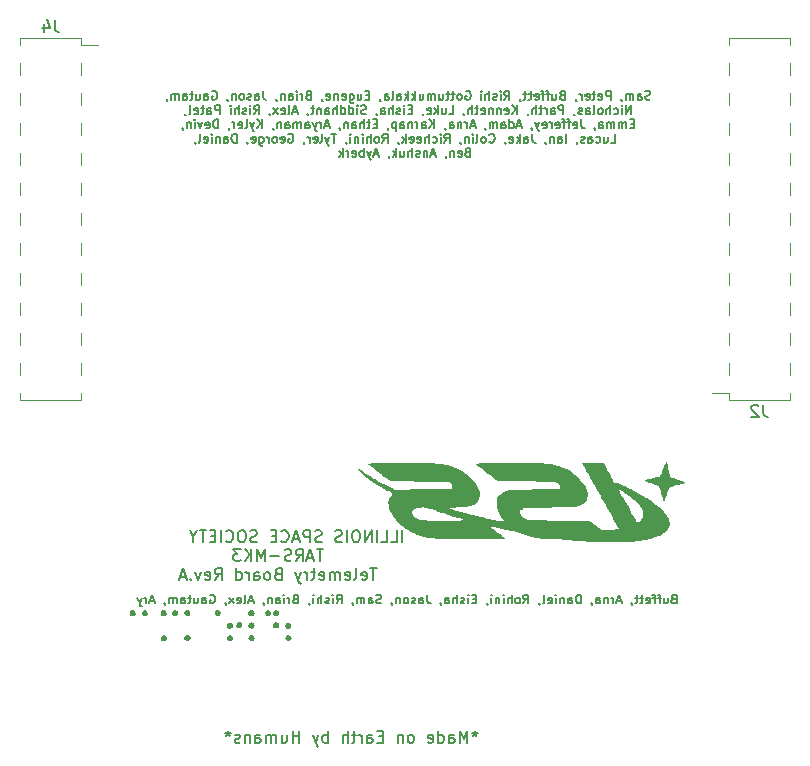
<source format=gbr>
%TF.GenerationSoftware,KiCad,Pcbnew,6.0.1*%
%TF.CreationDate,2022-02-10T22:23:25-06:00*%
%TF.ProjectId,COTS_TELEM,434f5453-5f54-4454-9c45-4d2e6b696361,rev?*%
%TF.SameCoordinates,Original*%
%TF.FileFunction,Legend,Bot*%
%TF.FilePolarity,Positive*%
%FSLAX46Y46*%
G04 Gerber Fmt 4.6, Leading zero omitted, Abs format (unit mm)*
G04 Created by KiCad (PCBNEW 6.0.1) date 2022-02-10 22:23:25*
%MOMM*%
%LPD*%
G01*
G04 APERTURE LIST*
%ADD10C,0.200000*%
%ADD11C,0.150000*%
%ADD12C,0.120000*%
G04 APERTURE END LIST*
D10*
X-246428Y-20377380D02*
X-246428Y-19377380D01*
X-1198809Y-20377380D02*
X-722619Y-20377380D01*
X-722619Y-19377380D01*
X-2008333Y-20377380D02*
X-1532142Y-20377380D01*
X-1532142Y-19377380D01*
X-2341666Y-20377380D02*
X-2341666Y-19377380D01*
X-2817857Y-20377380D02*
X-2817857Y-19377380D01*
X-3389285Y-20377380D01*
X-3389285Y-19377380D01*
X-4055952Y-19377380D02*
X-4246428Y-19377380D01*
X-4341666Y-19425000D01*
X-4436904Y-19520238D01*
X-4484523Y-19710714D01*
X-4484523Y-20044047D01*
X-4436904Y-20234523D01*
X-4341666Y-20329761D01*
X-4246428Y-20377380D01*
X-4055952Y-20377380D01*
X-3960714Y-20329761D01*
X-3865476Y-20234523D01*
X-3817857Y-20044047D01*
X-3817857Y-19710714D01*
X-3865476Y-19520238D01*
X-3960714Y-19425000D01*
X-4055952Y-19377380D01*
X-4913095Y-20377380D02*
X-4913095Y-19377380D01*
X-5341666Y-20329761D02*
X-5484523Y-20377380D01*
X-5722619Y-20377380D01*
X-5817857Y-20329761D01*
X-5865476Y-20282142D01*
X-5913095Y-20186904D01*
X-5913095Y-20091666D01*
X-5865476Y-19996428D01*
X-5817857Y-19948809D01*
X-5722619Y-19901190D01*
X-5532142Y-19853571D01*
X-5436904Y-19805952D01*
X-5389285Y-19758333D01*
X-5341666Y-19663095D01*
X-5341666Y-19567857D01*
X-5389285Y-19472619D01*
X-5436904Y-19425000D01*
X-5532142Y-19377380D01*
X-5770238Y-19377380D01*
X-5913095Y-19425000D01*
X-7055952Y-20329761D02*
X-7198809Y-20377380D01*
X-7436904Y-20377380D01*
X-7532142Y-20329761D01*
X-7579761Y-20282142D01*
X-7627380Y-20186904D01*
X-7627380Y-20091666D01*
X-7579761Y-19996428D01*
X-7532142Y-19948809D01*
X-7436904Y-19901190D01*
X-7246428Y-19853571D01*
X-7151190Y-19805952D01*
X-7103571Y-19758333D01*
X-7055952Y-19663095D01*
X-7055952Y-19567857D01*
X-7103571Y-19472619D01*
X-7151190Y-19425000D01*
X-7246428Y-19377380D01*
X-7484523Y-19377380D01*
X-7627380Y-19425000D01*
X-8055952Y-20377380D02*
X-8055952Y-19377380D01*
X-8436904Y-19377380D01*
X-8532142Y-19425000D01*
X-8579761Y-19472619D01*
X-8627380Y-19567857D01*
X-8627380Y-19710714D01*
X-8579761Y-19805952D01*
X-8532142Y-19853571D01*
X-8436904Y-19901190D01*
X-8055952Y-19901190D01*
X-9008333Y-20091666D02*
X-9484523Y-20091666D01*
X-8913095Y-20377380D02*
X-9246428Y-19377380D01*
X-9579761Y-20377380D01*
X-10484523Y-20282142D02*
X-10436904Y-20329761D01*
X-10294047Y-20377380D01*
X-10198809Y-20377380D01*
X-10055952Y-20329761D01*
X-9960714Y-20234523D01*
X-9913095Y-20139285D01*
X-9865476Y-19948809D01*
X-9865476Y-19805952D01*
X-9913095Y-19615476D01*
X-9960714Y-19520238D01*
X-10055952Y-19425000D01*
X-10198809Y-19377380D01*
X-10294047Y-19377380D01*
X-10436904Y-19425000D01*
X-10484523Y-19472619D01*
X-10913095Y-19853571D02*
X-11246428Y-19853571D01*
X-11389285Y-20377380D02*
X-10913095Y-20377380D01*
X-10913095Y-19377380D01*
X-11389285Y-19377380D01*
X-12532142Y-20329761D02*
X-12674999Y-20377380D01*
X-12913095Y-20377380D01*
X-13008333Y-20329761D01*
X-13055952Y-20282142D01*
X-13103571Y-20186904D01*
X-13103571Y-20091666D01*
X-13055952Y-19996428D01*
X-13008333Y-19948809D01*
X-12913095Y-19901190D01*
X-12722619Y-19853571D01*
X-12627380Y-19805952D01*
X-12579761Y-19758333D01*
X-12532142Y-19663095D01*
X-12532142Y-19567857D01*
X-12579761Y-19472619D01*
X-12627380Y-19425000D01*
X-12722619Y-19377380D01*
X-12960714Y-19377380D01*
X-13103571Y-19425000D01*
X-13722619Y-19377380D02*
X-13913095Y-19377380D01*
X-14008333Y-19425000D01*
X-14103571Y-19520238D01*
X-14151190Y-19710714D01*
X-14151190Y-20044047D01*
X-14103571Y-20234523D01*
X-14008333Y-20329761D01*
X-13913095Y-20377380D01*
X-13722619Y-20377380D01*
X-13627380Y-20329761D01*
X-13532142Y-20234523D01*
X-13484523Y-20044047D01*
X-13484523Y-19710714D01*
X-13532142Y-19520238D01*
X-13627380Y-19425000D01*
X-13722619Y-19377380D01*
X-15151190Y-20282142D02*
X-15103571Y-20329761D01*
X-14960714Y-20377380D01*
X-14865476Y-20377380D01*
X-14722619Y-20329761D01*
X-14627380Y-20234523D01*
X-14579761Y-20139285D01*
X-14532142Y-19948809D01*
X-14532142Y-19805952D01*
X-14579761Y-19615476D01*
X-14627380Y-19520238D01*
X-14722619Y-19425000D01*
X-14865476Y-19377380D01*
X-14960714Y-19377380D01*
X-15103571Y-19425000D01*
X-15151190Y-19472619D01*
X-15579761Y-20377380D02*
X-15579761Y-19377380D01*
X-16055952Y-19853571D02*
X-16389285Y-19853571D01*
X-16532142Y-20377380D02*
X-16055952Y-20377380D01*
X-16055952Y-19377380D01*
X-16532142Y-19377380D01*
X-16817857Y-19377380D02*
X-17389285Y-19377380D01*
X-17103571Y-20377380D02*
X-17103571Y-19377380D01*
X-17913095Y-19901190D02*
X-17913095Y-20377380D01*
X-17579761Y-19377380D02*
X-17913095Y-19901190D01*
X-18246428Y-19377380D01*
D11*
X22735714Y-25176428D02*
X22628571Y-25212142D01*
X22592857Y-25247857D01*
X22557142Y-25319285D01*
X22557142Y-25426428D01*
X22592857Y-25497857D01*
X22628571Y-25533571D01*
X22699999Y-25569285D01*
X22985714Y-25569285D01*
X22985714Y-24819285D01*
X22735714Y-24819285D01*
X22664285Y-24855000D01*
X22628571Y-24890714D01*
X22592857Y-24962142D01*
X22592857Y-25033571D01*
X22628571Y-25105000D01*
X22664285Y-25140714D01*
X22735714Y-25176428D01*
X22985714Y-25176428D01*
X21914285Y-25069285D02*
X21914285Y-25569285D01*
X22235714Y-25069285D02*
X22235714Y-25462142D01*
X22199999Y-25533571D01*
X22128571Y-25569285D01*
X22021428Y-25569285D01*
X21949999Y-25533571D01*
X21914285Y-25497857D01*
X21664285Y-25069285D02*
X21378571Y-25069285D01*
X21557142Y-25569285D02*
X21557142Y-24926428D01*
X21521428Y-24855000D01*
X21449999Y-24819285D01*
X21378571Y-24819285D01*
X21235714Y-25069285D02*
X20949999Y-25069285D01*
X21128571Y-25569285D02*
X21128571Y-24926428D01*
X21092857Y-24855000D01*
X21021428Y-24819285D01*
X20949999Y-24819285D01*
X20414285Y-25533571D02*
X20485714Y-25569285D01*
X20628571Y-25569285D01*
X20699999Y-25533571D01*
X20735714Y-25462142D01*
X20735714Y-25176428D01*
X20699999Y-25105000D01*
X20628571Y-25069285D01*
X20485714Y-25069285D01*
X20414285Y-25105000D01*
X20378571Y-25176428D01*
X20378571Y-25247857D01*
X20735714Y-25319285D01*
X20164285Y-25069285D02*
X19878571Y-25069285D01*
X20057142Y-24819285D02*
X20057142Y-25462142D01*
X20021428Y-25533571D01*
X19949999Y-25569285D01*
X19878571Y-25569285D01*
X19735714Y-25069285D02*
X19449999Y-25069285D01*
X19628571Y-24819285D02*
X19628571Y-25462142D01*
X19592857Y-25533571D01*
X19521428Y-25569285D01*
X19449999Y-25569285D01*
X19164285Y-25533571D02*
X19164285Y-25569285D01*
X19200000Y-25640714D01*
X19235714Y-25676428D01*
X18307142Y-25355000D02*
X17949999Y-25355000D01*
X18378571Y-25569285D02*
X18128571Y-24819285D01*
X17878571Y-25569285D01*
X17628571Y-25569285D02*
X17628571Y-25069285D01*
X17628571Y-25212142D02*
X17592857Y-25140714D01*
X17557142Y-25105000D01*
X17485714Y-25069285D01*
X17414285Y-25069285D01*
X17164285Y-25069285D02*
X17164285Y-25569285D01*
X17164285Y-25140714D02*
X17128571Y-25105000D01*
X17057142Y-25069285D01*
X16949999Y-25069285D01*
X16878571Y-25105000D01*
X16842857Y-25176428D01*
X16842857Y-25569285D01*
X16164285Y-25569285D02*
X16164285Y-25176428D01*
X16199999Y-25105000D01*
X16271428Y-25069285D01*
X16414285Y-25069285D01*
X16485714Y-25105000D01*
X16164285Y-25533571D02*
X16235714Y-25569285D01*
X16414285Y-25569285D01*
X16485714Y-25533571D01*
X16521428Y-25462142D01*
X16521428Y-25390714D01*
X16485714Y-25319285D01*
X16414285Y-25283571D01*
X16235714Y-25283571D01*
X16164285Y-25247857D01*
X15771428Y-25533571D02*
X15771428Y-25569285D01*
X15807142Y-25640714D01*
X15842857Y-25676428D01*
X14878571Y-25569285D02*
X14878571Y-24819285D01*
X14699999Y-24819285D01*
X14592857Y-24855000D01*
X14521428Y-24926428D01*
X14485714Y-24997857D01*
X14449999Y-25140714D01*
X14449999Y-25247857D01*
X14485714Y-25390714D01*
X14521428Y-25462142D01*
X14592857Y-25533571D01*
X14699999Y-25569285D01*
X14878571Y-25569285D01*
X13807142Y-25569285D02*
X13807142Y-25176428D01*
X13842857Y-25105000D01*
X13914285Y-25069285D01*
X14057142Y-25069285D01*
X14128571Y-25105000D01*
X13807142Y-25533571D02*
X13878571Y-25569285D01*
X14057142Y-25569285D01*
X14128571Y-25533571D01*
X14164285Y-25462142D01*
X14164285Y-25390714D01*
X14128571Y-25319285D01*
X14057142Y-25283571D01*
X13878571Y-25283571D01*
X13807142Y-25247857D01*
X13450000Y-25069285D02*
X13450000Y-25569285D01*
X13450000Y-25140714D02*
X13414285Y-25105000D01*
X13342857Y-25069285D01*
X13235714Y-25069285D01*
X13164285Y-25105000D01*
X13128571Y-25176428D01*
X13128571Y-25569285D01*
X12771428Y-25569285D02*
X12771428Y-25069285D01*
X12771428Y-24819285D02*
X12807142Y-24855000D01*
X12771428Y-24890714D01*
X12735714Y-24855000D01*
X12771428Y-24819285D01*
X12771428Y-24890714D01*
X12128571Y-25533571D02*
X12200000Y-25569285D01*
X12342857Y-25569285D01*
X12414285Y-25533571D01*
X12450000Y-25462142D01*
X12450000Y-25176428D01*
X12414285Y-25105000D01*
X12342857Y-25069285D01*
X12200000Y-25069285D01*
X12128571Y-25105000D01*
X12092857Y-25176428D01*
X12092857Y-25247857D01*
X12450000Y-25319285D01*
X11664285Y-25569285D02*
X11735714Y-25533571D01*
X11771428Y-25462142D01*
X11771428Y-24819285D01*
X11342857Y-25533571D02*
X11342857Y-25569285D01*
X11378571Y-25640714D01*
X11414285Y-25676428D01*
X10021428Y-25569285D02*
X10271428Y-25212142D01*
X10450000Y-25569285D02*
X10450000Y-24819285D01*
X10164285Y-24819285D01*
X10092857Y-24855000D01*
X10057142Y-24890714D01*
X10021428Y-24962142D01*
X10021428Y-25069285D01*
X10057142Y-25140714D01*
X10092857Y-25176428D01*
X10164285Y-25212142D01*
X10450000Y-25212142D01*
X9592857Y-25569285D02*
X9664285Y-25533571D01*
X9700000Y-25497857D01*
X9735714Y-25426428D01*
X9735714Y-25212142D01*
X9700000Y-25140714D01*
X9664285Y-25105000D01*
X9592857Y-25069285D01*
X9485714Y-25069285D01*
X9414285Y-25105000D01*
X9378571Y-25140714D01*
X9342857Y-25212142D01*
X9342857Y-25426428D01*
X9378571Y-25497857D01*
X9414285Y-25533571D01*
X9485714Y-25569285D01*
X9592857Y-25569285D01*
X9021428Y-25569285D02*
X9021428Y-24819285D01*
X8700000Y-25569285D02*
X8700000Y-25176428D01*
X8735714Y-25105000D01*
X8807142Y-25069285D01*
X8914285Y-25069285D01*
X8985714Y-25105000D01*
X9021428Y-25140714D01*
X8342857Y-25569285D02*
X8342857Y-25069285D01*
X8342857Y-24819285D02*
X8378571Y-24855000D01*
X8342857Y-24890714D01*
X8307142Y-24855000D01*
X8342857Y-24819285D01*
X8342857Y-24890714D01*
X7985714Y-25069285D02*
X7985714Y-25569285D01*
X7985714Y-25140714D02*
X7950000Y-25105000D01*
X7878571Y-25069285D01*
X7771428Y-25069285D01*
X7700000Y-25105000D01*
X7664285Y-25176428D01*
X7664285Y-25569285D01*
X7307142Y-25569285D02*
X7307142Y-25069285D01*
X7307142Y-24819285D02*
X7342857Y-24855000D01*
X7307142Y-24890714D01*
X7271428Y-24855000D01*
X7307142Y-24819285D01*
X7307142Y-24890714D01*
X6914285Y-25533571D02*
X6914285Y-25569285D01*
X6950000Y-25640714D01*
X6985714Y-25676428D01*
X6021428Y-25176428D02*
X5771428Y-25176428D01*
X5664285Y-25569285D02*
X6021428Y-25569285D01*
X6021428Y-24819285D01*
X5664285Y-24819285D01*
X5342857Y-25569285D02*
X5342857Y-25069285D01*
X5342857Y-24819285D02*
X5378571Y-24855000D01*
X5342857Y-24890714D01*
X5307142Y-24855000D01*
X5342857Y-24819285D01*
X5342857Y-24890714D01*
X5021428Y-25533571D02*
X4950000Y-25569285D01*
X4807142Y-25569285D01*
X4735714Y-25533571D01*
X4700000Y-25462142D01*
X4700000Y-25426428D01*
X4735714Y-25355000D01*
X4807142Y-25319285D01*
X4914285Y-25319285D01*
X4985714Y-25283571D01*
X5021428Y-25212142D01*
X5021428Y-25176428D01*
X4985714Y-25105000D01*
X4914285Y-25069285D01*
X4807142Y-25069285D01*
X4735714Y-25105000D01*
X4378571Y-25569285D02*
X4378571Y-24819285D01*
X4057142Y-25569285D02*
X4057142Y-25176428D01*
X4092857Y-25105000D01*
X4164285Y-25069285D01*
X4271428Y-25069285D01*
X4342857Y-25105000D01*
X4378571Y-25140714D01*
X3378571Y-25569285D02*
X3378571Y-25176428D01*
X3414285Y-25105000D01*
X3485714Y-25069285D01*
X3628571Y-25069285D01*
X3699999Y-25105000D01*
X3378571Y-25533571D02*
X3449999Y-25569285D01*
X3628571Y-25569285D01*
X3699999Y-25533571D01*
X3735714Y-25462142D01*
X3735714Y-25390714D01*
X3699999Y-25319285D01*
X3628571Y-25283571D01*
X3449999Y-25283571D01*
X3378571Y-25247857D01*
X2985714Y-25533571D02*
X2985714Y-25569285D01*
X3021428Y-25640714D01*
X3057142Y-25676428D01*
X1878571Y-24819285D02*
X1878571Y-25355000D01*
X1914285Y-25462142D01*
X1985714Y-25533571D01*
X2092857Y-25569285D01*
X2164285Y-25569285D01*
X1199999Y-25569285D02*
X1199999Y-25176428D01*
X1235714Y-25105000D01*
X1307142Y-25069285D01*
X1449999Y-25069285D01*
X1521428Y-25105000D01*
X1199999Y-25533571D02*
X1271428Y-25569285D01*
X1449999Y-25569285D01*
X1521428Y-25533571D01*
X1557142Y-25462142D01*
X1557142Y-25390714D01*
X1521428Y-25319285D01*
X1449999Y-25283571D01*
X1271428Y-25283571D01*
X1199999Y-25247857D01*
X878571Y-25533571D02*
X807142Y-25569285D01*
X664285Y-25569285D01*
X592857Y-25533571D01*
X557142Y-25462142D01*
X557142Y-25426428D01*
X592857Y-25355000D01*
X664285Y-25319285D01*
X771428Y-25319285D01*
X842857Y-25283571D01*
X878571Y-25212142D01*
X878571Y-25176428D01*
X842857Y-25105000D01*
X771428Y-25069285D01*
X664285Y-25069285D01*
X592857Y-25105000D01*
X128571Y-25569285D02*
X199999Y-25533571D01*
X235714Y-25497857D01*
X271428Y-25426428D01*
X271428Y-25212142D01*
X235714Y-25140714D01*
X199999Y-25105000D01*
X128571Y-25069285D01*
X21428Y-25069285D01*
X-50000Y-25105000D01*
X-85714Y-25140714D01*
X-121428Y-25212142D01*
X-121428Y-25426428D01*
X-85714Y-25497857D01*
X-50000Y-25533571D01*
X21428Y-25569285D01*
X128571Y-25569285D01*
X-442857Y-25069285D02*
X-442857Y-25569285D01*
X-442857Y-25140714D02*
X-478571Y-25105000D01*
X-550000Y-25069285D01*
X-657142Y-25069285D01*
X-728571Y-25105000D01*
X-764285Y-25176428D01*
X-764285Y-25569285D01*
X-1157142Y-25533571D02*
X-1157142Y-25569285D01*
X-1121428Y-25640714D01*
X-1085714Y-25676428D01*
X-2014285Y-25533571D02*
X-2121428Y-25569285D01*
X-2300000Y-25569285D01*
X-2371428Y-25533571D01*
X-2407142Y-25497857D01*
X-2442857Y-25426428D01*
X-2442857Y-25355000D01*
X-2407142Y-25283571D01*
X-2371428Y-25247857D01*
X-2300000Y-25212142D01*
X-2157142Y-25176428D01*
X-2085714Y-25140714D01*
X-2050000Y-25105000D01*
X-2014285Y-25033571D01*
X-2014285Y-24962142D01*
X-2050000Y-24890714D01*
X-2085714Y-24855000D01*
X-2157142Y-24819285D01*
X-2335714Y-24819285D01*
X-2442857Y-24855000D01*
X-3085714Y-25569285D02*
X-3085714Y-25176428D01*
X-3050000Y-25105000D01*
X-2978571Y-25069285D01*
X-2835714Y-25069285D01*
X-2764285Y-25105000D01*
X-3085714Y-25533571D02*
X-3014285Y-25569285D01*
X-2835714Y-25569285D01*
X-2764285Y-25533571D01*
X-2728571Y-25462142D01*
X-2728571Y-25390714D01*
X-2764285Y-25319285D01*
X-2835714Y-25283571D01*
X-3014285Y-25283571D01*
X-3085714Y-25247857D01*
X-3442857Y-25569285D02*
X-3442857Y-25069285D01*
X-3442857Y-25140714D02*
X-3478571Y-25105000D01*
X-3550000Y-25069285D01*
X-3657142Y-25069285D01*
X-3728571Y-25105000D01*
X-3764285Y-25176428D01*
X-3764285Y-25569285D01*
X-3764285Y-25176428D02*
X-3800000Y-25105000D01*
X-3871428Y-25069285D01*
X-3978571Y-25069285D01*
X-4050000Y-25105000D01*
X-4085714Y-25176428D01*
X-4085714Y-25569285D01*
X-4478571Y-25533571D02*
X-4478571Y-25569285D01*
X-4442857Y-25640714D01*
X-4407142Y-25676428D01*
X-5800000Y-25569285D02*
X-5550000Y-25212142D01*
X-5371428Y-25569285D02*
X-5371428Y-24819285D01*
X-5657142Y-24819285D01*
X-5728571Y-24855000D01*
X-5764285Y-24890714D01*
X-5800000Y-24962142D01*
X-5800000Y-25069285D01*
X-5764285Y-25140714D01*
X-5728571Y-25176428D01*
X-5657142Y-25212142D01*
X-5371428Y-25212142D01*
X-6121428Y-25569285D02*
X-6121428Y-25069285D01*
X-6121428Y-24819285D02*
X-6085714Y-24855000D01*
X-6121428Y-24890714D01*
X-6157142Y-24855000D01*
X-6121428Y-24819285D01*
X-6121428Y-24890714D01*
X-6442857Y-25533571D02*
X-6514285Y-25569285D01*
X-6657142Y-25569285D01*
X-6728571Y-25533571D01*
X-6764285Y-25462142D01*
X-6764285Y-25426428D01*
X-6728571Y-25355000D01*
X-6657142Y-25319285D01*
X-6550000Y-25319285D01*
X-6478571Y-25283571D01*
X-6442857Y-25212142D01*
X-6442857Y-25176428D01*
X-6478571Y-25105000D01*
X-6550000Y-25069285D01*
X-6657142Y-25069285D01*
X-6728571Y-25105000D01*
X-7085714Y-25569285D02*
X-7085714Y-24819285D01*
X-7407142Y-25569285D02*
X-7407142Y-25176428D01*
X-7371428Y-25105000D01*
X-7300000Y-25069285D01*
X-7192857Y-25069285D01*
X-7121428Y-25105000D01*
X-7085714Y-25140714D01*
X-7764285Y-25569285D02*
X-7764285Y-25069285D01*
X-7764285Y-24819285D02*
X-7728571Y-24855000D01*
X-7764285Y-24890714D01*
X-7800000Y-24855000D01*
X-7764285Y-24819285D01*
X-7764285Y-24890714D01*
X-8157142Y-25533571D02*
X-8157142Y-25569285D01*
X-8121428Y-25640714D01*
X-8085714Y-25676428D01*
X-9300000Y-25176428D02*
X-9407142Y-25212142D01*
X-9442857Y-25247857D01*
X-9478571Y-25319285D01*
X-9478571Y-25426428D01*
X-9442857Y-25497857D01*
X-9407142Y-25533571D01*
X-9335714Y-25569285D01*
X-9050000Y-25569285D01*
X-9050000Y-24819285D01*
X-9300000Y-24819285D01*
X-9371428Y-24855000D01*
X-9407142Y-24890714D01*
X-9442857Y-24962142D01*
X-9442857Y-25033571D01*
X-9407142Y-25105000D01*
X-9371428Y-25140714D01*
X-9300000Y-25176428D01*
X-9050000Y-25176428D01*
X-9800000Y-25569285D02*
X-9800000Y-25069285D01*
X-9800000Y-25212142D02*
X-9835714Y-25140714D01*
X-9871428Y-25105000D01*
X-9942857Y-25069285D01*
X-10014285Y-25069285D01*
X-10264285Y-25569285D02*
X-10264285Y-25069285D01*
X-10264285Y-24819285D02*
X-10228571Y-24855000D01*
X-10264285Y-24890714D01*
X-10300000Y-24855000D01*
X-10264285Y-24819285D01*
X-10264285Y-24890714D01*
X-10942857Y-25569285D02*
X-10942857Y-25176428D01*
X-10907142Y-25105000D01*
X-10835714Y-25069285D01*
X-10692857Y-25069285D01*
X-10621428Y-25105000D01*
X-10942857Y-25533571D02*
X-10871428Y-25569285D01*
X-10692857Y-25569285D01*
X-10621428Y-25533571D01*
X-10585714Y-25462142D01*
X-10585714Y-25390714D01*
X-10621428Y-25319285D01*
X-10692857Y-25283571D01*
X-10871428Y-25283571D01*
X-10942857Y-25247857D01*
X-11300000Y-25069285D02*
X-11300000Y-25569285D01*
X-11300000Y-25140714D02*
X-11335714Y-25105000D01*
X-11407142Y-25069285D01*
X-11514285Y-25069285D01*
X-11585714Y-25105000D01*
X-11621428Y-25176428D01*
X-11621428Y-25569285D01*
X-12014285Y-25533571D02*
X-12014285Y-25569285D01*
X-11978571Y-25640714D01*
X-11942857Y-25676428D01*
X-12871428Y-25355000D02*
X-13228571Y-25355000D01*
X-12800000Y-25569285D02*
X-13050000Y-24819285D01*
X-13300000Y-25569285D01*
X-13657142Y-25569285D02*
X-13585714Y-25533571D01*
X-13550000Y-25462142D01*
X-13550000Y-24819285D01*
X-14228571Y-25533571D02*
X-14157142Y-25569285D01*
X-14014285Y-25569285D01*
X-13942857Y-25533571D01*
X-13907142Y-25462142D01*
X-13907142Y-25176428D01*
X-13942857Y-25105000D01*
X-14014285Y-25069285D01*
X-14157142Y-25069285D01*
X-14228571Y-25105000D01*
X-14264285Y-25176428D01*
X-14264285Y-25247857D01*
X-13907142Y-25319285D01*
X-14514285Y-25569285D02*
X-14907142Y-25069285D01*
X-14514285Y-25069285D02*
X-14907142Y-25569285D01*
X-15228571Y-25533571D02*
X-15228571Y-25569285D01*
X-15192857Y-25640714D01*
X-15157142Y-25676428D01*
X-16514285Y-24855000D02*
X-16442857Y-24819285D01*
X-16335714Y-24819285D01*
X-16228571Y-24855000D01*
X-16157142Y-24926428D01*
X-16121428Y-24997857D01*
X-16085714Y-25140714D01*
X-16085714Y-25247857D01*
X-16121428Y-25390714D01*
X-16157142Y-25462142D01*
X-16228571Y-25533571D01*
X-16335714Y-25569285D01*
X-16407142Y-25569285D01*
X-16514285Y-25533571D01*
X-16550000Y-25497857D01*
X-16550000Y-25247857D01*
X-16407142Y-25247857D01*
X-17192857Y-25569285D02*
X-17192857Y-25176428D01*
X-17157142Y-25105000D01*
X-17085714Y-25069285D01*
X-16942857Y-25069285D01*
X-16871428Y-25105000D01*
X-17192857Y-25533571D02*
X-17121428Y-25569285D01*
X-16942857Y-25569285D01*
X-16871428Y-25533571D01*
X-16835714Y-25462142D01*
X-16835714Y-25390714D01*
X-16871428Y-25319285D01*
X-16942857Y-25283571D01*
X-17121428Y-25283571D01*
X-17192857Y-25247857D01*
X-17871428Y-25069285D02*
X-17871428Y-25569285D01*
X-17550000Y-25069285D02*
X-17550000Y-25462142D01*
X-17585714Y-25533571D01*
X-17657142Y-25569285D01*
X-17764285Y-25569285D01*
X-17835714Y-25533571D01*
X-17871428Y-25497857D01*
X-18121428Y-25069285D02*
X-18407142Y-25069285D01*
X-18228571Y-24819285D02*
X-18228571Y-25462142D01*
X-18264285Y-25533571D01*
X-18335714Y-25569285D01*
X-18407142Y-25569285D01*
X-18978571Y-25569285D02*
X-18978571Y-25176428D01*
X-18942857Y-25105000D01*
X-18871428Y-25069285D01*
X-18728571Y-25069285D01*
X-18657142Y-25105000D01*
X-18978571Y-25533571D02*
X-18907142Y-25569285D01*
X-18728571Y-25569285D01*
X-18657142Y-25533571D01*
X-18621428Y-25462142D01*
X-18621428Y-25390714D01*
X-18657142Y-25319285D01*
X-18728571Y-25283571D01*
X-18907142Y-25283571D01*
X-18978571Y-25247857D01*
X-19335714Y-25569285D02*
X-19335714Y-25069285D01*
X-19335714Y-25140714D02*
X-19371428Y-25105000D01*
X-19442857Y-25069285D01*
X-19550000Y-25069285D01*
X-19621428Y-25105000D01*
X-19657142Y-25176428D01*
X-19657142Y-25569285D01*
X-19657142Y-25176428D02*
X-19692857Y-25105000D01*
X-19764285Y-25069285D01*
X-19871428Y-25069285D01*
X-19942857Y-25105000D01*
X-19978571Y-25176428D01*
X-19978571Y-25569285D01*
X-20371428Y-25533571D02*
X-20371428Y-25569285D01*
X-20335714Y-25640714D01*
X-20300000Y-25676428D01*
X-21228571Y-25355000D02*
X-21585714Y-25355000D01*
X-21157142Y-25569285D02*
X-21407142Y-24819285D01*
X-21657142Y-25569285D01*
X-21907142Y-25569285D02*
X-21907142Y-25069285D01*
X-21907142Y-25212142D02*
X-21942857Y-25140714D01*
X-21978571Y-25105000D01*
X-22050000Y-25069285D01*
X-22121428Y-25069285D01*
X-22300000Y-25069285D02*
X-22478571Y-25569285D01*
X-22657142Y-25069285D02*
X-22478571Y-25569285D01*
X-22407142Y-25747857D01*
X-22371428Y-25783571D01*
X-22300000Y-25819285D01*
X20767857Y17111428D02*
X20660714Y17075714D01*
X20482142Y17075714D01*
X20410714Y17111428D01*
X20374999Y17147142D01*
X20339285Y17218571D01*
X20339285Y17290000D01*
X20374999Y17361428D01*
X20410714Y17397142D01*
X20482142Y17432857D01*
X20624999Y17468571D01*
X20696428Y17504285D01*
X20732142Y17540000D01*
X20767857Y17611428D01*
X20767857Y17682857D01*
X20732142Y17754285D01*
X20696428Y17790000D01*
X20624999Y17825714D01*
X20446428Y17825714D01*
X20339285Y17790000D01*
X19696428Y17075714D02*
X19696428Y17468571D01*
X19732142Y17540000D01*
X19803571Y17575714D01*
X19946428Y17575714D01*
X20017857Y17540000D01*
X19696428Y17111428D02*
X19767857Y17075714D01*
X19946428Y17075714D01*
X20017857Y17111428D01*
X20053571Y17182857D01*
X20053571Y17254285D01*
X20017857Y17325714D01*
X19946428Y17361428D01*
X19767857Y17361428D01*
X19696428Y17397142D01*
X19339285Y17075714D02*
X19339285Y17575714D01*
X19339285Y17504285D02*
X19303571Y17540000D01*
X19232142Y17575714D01*
X19124999Y17575714D01*
X19053571Y17540000D01*
X19017857Y17468571D01*
X19017857Y17075714D01*
X19017857Y17468571D02*
X18982142Y17540000D01*
X18910714Y17575714D01*
X18803571Y17575714D01*
X18732142Y17540000D01*
X18696428Y17468571D01*
X18696428Y17075714D01*
X18303571Y17111428D02*
X18303571Y17075714D01*
X18339285Y17004285D01*
X18374999Y16968571D01*
X17410714Y17075714D02*
X17410714Y17825714D01*
X17124999Y17825714D01*
X17053571Y17790000D01*
X17017857Y17754285D01*
X16982142Y17682857D01*
X16982142Y17575714D01*
X17017857Y17504285D01*
X17053571Y17468571D01*
X17124999Y17432857D01*
X17410714Y17432857D01*
X16374999Y17111428D02*
X16446428Y17075714D01*
X16589285Y17075714D01*
X16660714Y17111428D01*
X16696428Y17182857D01*
X16696428Y17468571D01*
X16660714Y17540000D01*
X16589285Y17575714D01*
X16446428Y17575714D01*
X16374999Y17540000D01*
X16339285Y17468571D01*
X16339285Y17397142D01*
X16696428Y17325714D01*
X16124999Y17575714D02*
X15839285Y17575714D01*
X16017857Y17825714D02*
X16017857Y17182857D01*
X15982142Y17111428D01*
X15910714Y17075714D01*
X15839285Y17075714D01*
X15303571Y17111428D02*
X15374999Y17075714D01*
X15517857Y17075714D01*
X15589285Y17111428D01*
X15624999Y17182857D01*
X15624999Y17468571D01*
X15589285Y17540000D01*
X15517857Y17575714D01*
X15374999Y17575714D01*
X15303571Y17540000D01*
X15267857Y17468571D01*
X15267857Y17397142D01*
X15624999Y17325714D01*
X14946428Y17075714D02*
X14946428Y17575714D01*
X14946428Y17432857D02*
X14910714Y17504285D01*
X14874999Y17540000D01*
X14803571Y17575714D01*
X14732142Y17575714D01*
X14446428Y17111428D02*
X14446428Y17075714D01*
X14482142Y17004285D01*
X14517857Y16968571D01*
X13303571Y17468571D02*
X13196428Y17432857D01*
X13160714Y17397142D01*
X13124999Y17325714D01*
X13124999Y17218571D01*
X13160714Y17147142D01*
X13196428Y17111428D01*
X13267857Y17075714D01*
X13553571Y17075714D01*
X13553571Y17825714D01*
X13303571Y17825714D01*
X13232142Y17790000D01*
X13196428Y17754285D01*
X13160714Y17682857D01*
X13160714Y17611428D01*
X13196428Y17540000D01*
X13232142Y17504285D01*
X13303571Y17468571D01*
X13553571Y17468571D01*
X12482142Y17575714D02*
X12482142Y17075714D01*
X12803571Y17575714D02*
X12803571Y17182857D01*
X12767857Y17111428D01*
X12696428Y17075714D01*
X12589285Y17075714D01*
X12517857Y17111428D01*
X12482142Y17147142D01*
X12232142Y17575714D02*
X11946428Y17575714D01*
X12124999Y17075714D02*
X12124999Y17718571D01*
X12089285Y17790000D01*
X12017857Y17825714D01*
X11946428Y17825714D01*
X11803571Y17575714D02*
X11517857Y17575714D01*
X11696428Y17075714D02*
X11696428Y17718571D01*
X11660714Y17790000D01*
X11589285Y17825714D01*
X11517857Y17825714D01*
X10982142Y17111428D02*
X11053571Y17075714D01*
X11196428Y17075714D01*
X11267857Y17111428D01*
X11303571Y17182857D01*
X11303571Y17468571D01*
X11267857Y17540000D01*
X11196428Y17575714D01*
X11053571Y17575714D01*
X10982142Y17540000D01*
X10946428Y17468571D01*
X10946428Y17397142D01*
X11303571Y17325714D01*
X10732142Y17575714D02*
X10446428Y17575714D01*
X10624999Y17825714D02*
X10624999Y17182857D01*
X10589285Y17111428D01*
X10517857Y17075714D01*
X10446428Y17075714D01*
X10303571Y17575714D02*
X10017857Y17575714D01*
X10196428Y17825714D02*
X10196428Y17182857D01*
X10160714Y17111428D01*
X10089285Y17075714D01*
X10017857Y17075714D01*
X9732142Y17111428D02*
X9732142Y17075714D01*
X9767857Y17004285D01*
X9803571Y16968571D01*
X8410714Y17075714D02*
X8660714Y17432857D01*
X8839285Y17075714D02*
X8839285Y17825714D01*
X8553571Y17825714D01*
X8482142Y17790000D01*
X8446428Y17754285D01*
X8410714Y17682857D01*
X8410714Y17575714D01*
X8446428Y17504285D01*
X8482142Y17468571D01*
X8553571Y17432857D01*
X8839285Y17432857D01*
X8089285Y17075714D02*
X8089285Y17575714D01*
X8089285Y17825714D02*
X8124999Y17790000D01*
X8089285Y17754285D01*
X8053571Y17790000D01*
X8089285Y17825714D01*
X8089285Y17754285D01*
X7767857Y17111428D02*
X7696428Y17075714D01*
X7553571Y17075714D01*
X7482142Y17111428D01*
X7446428Y17182857D01*
X7446428Y17218571D01*
X7482142Y17290000D01*
X7553571Y17325714D01*
X7660714Y17325714D01*
X7732142Y17361428D01*
X7767857Y17432857D01*
X7767857Y17468571D01*
X7732142Y17540000D01*
X7660714Y17575714D01*
X7553571Y17575714D01*
X7482142Y17540000D01*
X7124999Y17075714D02*
X7124999Y17825714D01*
X6803571Y17075714D02*
X6803571Y17468571D01*
X6839285Y17540000D01*
X6910714Y17575714D01*
X7017857Y17575714D01*
X7089285Y17540000D01*
X7124999Y17504285D01*
X6446428Y17075714D02*
X6446428Y17575714D01*
X6446428Y17825714D02*
X6482142Y17790000D01*
X6446428Y17754285D01*
X6410714Y17790000D01*
X6446428Y17825714D01*
X6446428Y17754285D01*
X5124999Y17790000D02*
X5196428Y17825714D01*
X5303571Y17825714D01*
X5410714Y17790000D01*
X5482142Y17718571D01*
X5517857Y17647142D01*
X5553571Y17504285D01*
X5553571Y17397142D01*
X5517857Y17254285D01*
X5482142Y17182857D01*
X5410714Y17111428D01*
X5303571Y17075714D01*
X5232142Y17075714D01*
X5124999Y17111428D01*
X5089285Y17147142D01*
X5089285Y17397142D01*
X5232142Y17397142D01*
X4660714Y17075714D02*
X4732142Y17111428D01*
X4767857Y17147142D01*
X4803571Y17218571D01*
X4803571Y17432857D01*
X4767857Y17504285D01*
X4732142Y17540000D01*
X4660714Y17575714D01*
X4553571Y17575714D01*
X4482142Y17540000D01*
X4446428Y17504285D01*
X4410714Y17432857D01*
X4410714Y17218571D01*
X4446428Y17147142D01*
X4482142Y17111428D01*
X4553571Y17075714D01*
X4660714Y17075714D01*
X4196428Y17575714D02*
X3910714Y17575714D01*
X4089285Y17825714D02*
X4089285Y17182857D01*
X4053571Y17111428D01*
X3982142Y17075714D01*
X3910714Y17075714D01*
X3767857Y17575714D02*
X3482142Y17575714D01*
X3660714Y17825714D02*
X3660714Y17182857D01*
X3624999Y17111428D01*
X3553571Y17075714D01*
X3482142Y17075714D01*
X2910714Y17575714D02*
X2910714Y17075714D01*
X3232142Y17575714D02*
X3232142Y17182857D01*
X3196428Y17111428D01*
X3124999Y17075714D01*
X3017857Y17075714D01*
X2946428Y17111428D01*
X2910714Y17147142D01*
X2553571Y17075714D02*
X2553571Y17575714D01*
X2553571Y17504285D02*
X2517857Y17540000D01*
X2446428Y17575714D01*
X2339285Y17575714D01*
X2267857Y17540000D01*
X2232142Y17468571D01*
X2232142Y17075714D01*
X2232142Y17468571D02*
X2196428Y17540000D01*
X2124999Y17575714D01*
X2017857Y17575714D01*
X1946428Y17540000D01*
X1910714Y17468571D01*
X1910714Y17075714D01*
X1232142Y17575714D02*
X1232142Y17075714D01*
X1553571Y17575714D02*
X1553571Y17182857D01*
X1517857Y17111428D01*
X1446428Y17075714D01*
X1339285Y17075714D01*
X1267857Y17111428D01*
X1232142Y17147142D01*
X874999Y17075714D02*
X874999Y17825714D01*
X803571Y17361428D02*
X589285Y17075714D01*
X589285Y17575714D02*
X874999Y17290000D01*
X267857Y17075714D02*
X267857Y17825714D01*
X196428Y17361428D02*
X-17857Y17075714D01*
X-17857Y17575714D02*
X267857Y17290000D01*
X-660714Y17075714D02*
X-660714Y17468571D01*
X-625000Y17540000D01*
X-553571Y17575714D01*
X-410714Y17575714D01*
X-339285Y17540000D01*
X-660714Y17111428D02*
X-589285Y17075714D01*
X-410714Y17075714D01*
X-339285Y17111428D01*
X-303571Y17182857D01*
X-303571Y17254285D01*
X-339285Y17325714D01*
X-410714Y17361428D01*
X-589285Y17361428D01*
X-660714Y17397142D01*
X-1125000Y17075714D02*
X-1053571Y17111428D01*
X-1017857Y17182857D01*
X-1017857Y17825714D01*
X-1732142Y17075714D02*
X-1732142Y17468571D01*
X-1696428Y17540000D01*
X-1625000Y17575714D01*
X-1482142Y17575714D01*
X-1410714Y17540000D01*
X-1732142Y17111428D02*
X-1660714Y17075714D01*
X-1482142Y17075714D01*
X-1410714Y17111428D01*
X-1375000Y17182857D01*
X-1375000Y17254285D01*
X-1410714Y17325714D01*
X-1482142Y17361428D01*
X-1660714Y17361428D01*
X-1732142Y17397142D01*
X-2125000Y17111428D02*
X-2125000Y17075714D01*
X-2089285Y17004285D01*
X-2053571Y16968571D01*
X-3017857Y17468571D02*
X-3267857Y17468571D01*
X-3375000Y17075714D02*
X-3017857Y17075714D01*
X-3017857Y17825714D01*
X-3375000Y17825714D01*
X-4017857Y17575714D02*
X-4017857Y17075714D01*
X-3696428Y17575714D02*
X-3696428Y17182857D01*
X-3732142Y17111428D01*
X-3803571Y17075714D01*
X-3910714Y17075714D01*
X-3982142Y17111428D01*
X-4017857Y17147142D01*
X-4696428Y17575714D02*
X-4696428Y16968571D01*
X-4660714Y16897142D01*
X-4625000Y16861428D01*
X-4553571Y16825714D01*
X-4446428Y16825714D01*
X-4375000Y16861428D01*
X-4696428Y17111428D02*
X-4625000Y17075714D01*
X-4482142Y17075714D01*
X-4410714Y17111428D01*
X-4375000Y17147142D01*
X-4339285Y17218571D01*
X-4339285Y17432857D01*
X-4375000Y17504285D01*
X-4410714Y17540000D01*
X-4482142Y17575714D01*
X-4625000Y17575714D01*
X-4696428Y17540000D01*
X-5339285Y17111428D02*
X-5267857Y17075714D01*
X-5125000Y17075714D01*
X-5053571Y17111428D01*
X-5017857Y17182857D01*
X-5017857Y17468571D01*
X-5053571Y17540000D01*
X-5125000Y17575714D01*
X-5267857Y17575714D01*
X-5339285Y17540000D01*
X-5375000Y17468571D01*
X-5375000Y17397142D01*
X-5017857Y17325714D01*
X-5696428Y17575714D02*
X-5696428Y17075714D01*
X-5696428Y17504285D02*
X-5732142Y17540000D01*
X-5803571Y17575714D01*
X-5910714Y17575714D01*
X-5982142Y17540000D01*
X-6017857Y17468571D01*
X-6017857Y17075714D01*
X-6660714Y17111428D02*
X-6589285Y17075714D01*
X-6446428Y17075714D01*
X-6375000Y17111428D01*
X-6339285Y17182857D01*
X-6339285Y17468571D01*
X-6375000Y17540000D01*
X-6446428Y17575714D01*
X-6589285Y17575714D01*
X-6660714Y17540000D01*
X-6696428Y17468571D01*
X-6696428Y17397142D01*
X-6339285Y17325714D01*
X-7053571Y17111428D02*
X-7053571Y17075714D01*
X-7017857Y17004285D01*
X-6982142Y16968571D01*
X-8196428Y17468571D02*
X-8303571Y17432857D01*
X-8339285Y17397142D01*
X-8375000Y17325714D01*
X-8375000Y17218571D01*
X-8339285Y17147142D01*
X-8303571Y17111428D01*
X-8232142Y17075714D01*
X-7946428Y17075714D01*
X-7946428Y17825714D01*
X-8196428Y17825714D01*
X-8267857Y17790000D01*
X-8303571Y17754285D01*
X-8339285Y17682857D01*
X-8339285Y17611428D01*
X-8303571Y17540000D01*
X-8267857Y17504285D01*
X-8196428Y17468571D01*
X-7946428Y17468571D01*
X-8696428Y17075714D02*
X-8696428Y17575714D01*
X-8696428Y17432857D02*
X-8732142Y17504285D01*
X-8767857Y17540000D01*
X-8839285Y17575714D01*
X-8910714Y17575714D01*
X-9160714Y17075714D02*
X-9160714Y17575714D01*
X-9160714Y17825714D02*
X-9125000Y17790000D01*
X-9160714Y17754285D01*
X-9196428Y17790000D01*
X-9160714Y17825714D01*
X-9160714Y17754285D01*
X-9839285Y17075714D02*
X-9839285Y17468571D01*
X-9803571Y17540000D01*
X-9732142Y17575714D01*
X-9589285Y17575714D01*
X-9517857Y17540000D01*
X-9839285Y17111428D02*
X-9767857Y17075714D01*
X-9589285Y17075714D01*
X-9517857Y17111428D01*
X-9482142Y17182857D01*
X-9482142Y17254285D01*
X-9517857Y17325714D01*
X-9589285Y17361428D01*
X-9767857Y17361428D01*
X-9839285Y17397142D01*
X-10196428Y17575714D02*
X-10196428Y17075714D01*
X-10196428Y17504285D02*
X-10232142Y17540000D01*
X-10303571Y17575714D01*
X-10410714Y17575714D01*
X-10482142Y17540000D01*
X-10517857Y17468571D01*
X-10517857Y17075714D01*
X-10910714Y17111428D02*
X-10910714Y17075714D01*
X-10875000Y17004285D01*
X-10839285Y16968571D01*
X-12017857Y17825714D02*
X-12017857Y17290000D01*
X-11982142Y17182857D01*
X-11910714Y17111428D01*
X-11803571Y17075714D01*
X-11732142Y17075714D01*
X-12696428Y17075714D02*
X-12696428Y17468571D01*
X-12660714Y17540000D01*
X-12589285Y17575714D01*
X-12446428Y17575714D01*
X-12375000Y17540000D01*
X-12696428Y17111428D02*
X-12625000Y17075714D01*
X-12446428Y17075714D01*
X-12375000Y17111428D01*
X-12339285Y17182857D01*
X-12339285Y17254285D01*
X-12375000Y17325714D01*
X-12446428Y17361428D01*
X-12625000Y17361428D01*
X-12696428Y17397142D01*
X-13017857Y17111428D02*
X-13089285Y17075714D01*
X-13232142Y17075714D01*
X-13303571Y17111428D01*
X-13339285Y17182857D01*
X-13339285Y17218571D01*
X-13303571Y17290000D01*
X-13232142Y17325714D01*
X-13125000Y17325714D01*
X-13053571Y17361428D01*
X-13017857Y17432857D01*
X-13017857Y17468571D01*
X-13053571Y17540000D01*
X-13125000Y17575714D01*
X-13232142Y17575714D01*
X-13303571Y17540000D01*
X-13767857Y17075714D02*
X-13696428Y17111428D01*
X-13660714Y17147142D01*
X-13625000Y17218571D01*
X-13625000Y17432857D01*
X-13660714Y17504285D01*
X-13696428Y17540000D01*
X-13767857Y17575714D01*
X-13875000Y17575714D01*
X-13946428Y17540000D01*
X-13982142Y17504285D01*
X-14017857Y17432857D01*
X-14017857Y17218571D01*
X-13982142Y17147142D01*
X-13946428Y17111428D01*
X-13875000Y17075714D01*
X-13767857Y17075714D01*
X-14339285Y17575714D02*
X-14339285Y17075714D01*
X-14339285Y17504285D02*
X-14375000Y17540000D01*
X-14446428Y17575714D01*
X-14553571Y17575714D01*
X-14625000Y17540000D01*
X-14660714Y17468571D01*
X-14660714Y17075714D01*
X-15053571Y17111428D02*
X-15053571Y17075714D01*
X-15017857Y17004285D01*
X-14982142Y16968571D01*
X-16339285Y17790000D02*
X-16267857Y17825714D01*
X-16160714Y17825714D01*
X-16053571Y17790000D01*
X-15982142Y17718571D01*
X-15946428Y17647142D01*
X-15910714Y17504285D01*
X-15910714Y17397142D01*
X-15946428Y17254285D01*
X-15982142Y17182857D01*
X-16053571Y17111428D01*
X-16160714Y17075714D01*
X-16232142Y17075714D01*
X-16339285Y17111428D01*
X-16375000Y17147142D01*
X-16375000Y17397142D01*
X-16232142Y17397142D01*
X-17017857Y17075714D02*
X-17017857Y17468571D01*
X-16982142Y17540000D01*
X-16910714Y17575714D01*
X-16767857Y17575714D01*
X-16696428Y17540000D01*
X-17017857Y17111428D02*
X-16946428Y17075714D01*
X-16767857Y17075714D01*
X-16696428Y17111428D01*
X-16660714Y17182857D01*
X-16660714Y17254285D01*
X-16696428Y17325714D01*
X-16767857Y17361428D01*
X-16946428Y17361428D01*
X-17017857Y17397142D01*
X-17696428Y17575714D02*
X-17696428Y17075714D01*
X-17375000Y17575714D02*
X-17375000Y17182857D01*
X-17410714Y17111428D01*
X-17482142Y17075714D01*
X-17589285Y17075714D01*
X-17660714Y17111428D01*
X-17696428Y17147142D01*
X-17946428Y17575714D02*
X-18232142Y17575714D01*
X-18053571Y17825714D02*
X-18053571Y17182857D01*
X-18089285Y17111428D01*
X-18160714Y17075714D01*
X-18232142Y17075714D01*
X-18803571Y17075714D02*
X-18803571Y17468571D01*
X-18767857Y17540000D01*
X-18696428Y17575714D01*
X-18553571Y17575714D01*
X-18482142Y17540000D01*
X-18803571Y17111428D02*
X-18732142Y17075714D01*
X-18553571Y17075714D01*
X-18482142Y17111428D01*
X-18446428Y17182857D01*
X-18446428Y17254285D01*
X-18482142Y17325714D01*
X-18553571Y17361428D01*
X-18732142Y17361428D01*
X-18803571Y17397142D01*
X-19160714Y17075714D02*
X-19160714Y17575714D01*
X-19160714Y17504285D02*
X-19196428Y17540000D01*
X-19267857Y17575714D01*
X-19375000Y17575714D01*
X-19446428Y17540000D01*
X-19482142Y17468571D01*
X-19482142Y17075714D01*
X-19482142Y17468571D02*
X-19517857Y17540000D01*
X-19589285Y17575714D01*
X-19696428Y17575714D01*
X-19767857Y17540000D01*
X-19803571Y17468571D01*
X-19803571Y17075714D01*
X-20196428Y17111428D02*
X-20196428Y17075714D01*
X-20160714Y17004285D01*
X-20125000Y16968571D01*
X19160714Y15868214D02*
X19160714Y16618214D01*
X18732142Y15868214D01*
X18732142Y16618214D01*
X18374999Y15868214D02*
X18374999Y16368214D01*
X18374999Y16618214D02*
X18410714Y16582500D01*
X18374999Y16546785D01*
X18339285Y16582500D01*
X18374999Y16618214D01*
X18374999Y16546785D01*
X17696428Y15903928D02*
X17767857Y15868214D01*
X17910714Y15868214D01*
X17982142Y15903928D01*
X18017857Y15939642D01*
X18053571Y16011071D01*
X18053571Y16225357D01*
X18017857Y16296785D01*
X17982142Y16332500D01*
X17910714Y16368214D01*
X17767857Y16368214D01*
X17696428Y16332500D01*
X17374999Y15868214D02*
X17374999Y16618214D01*
X17053571Y15868214D02*
X17053571Y16261071D01*
X17089285Y16332500D01*
X17160714Y16368214D01*
X17267857Y16368214D01*
X17339285Y16332500D01*
X17374999Y16296785D01*
X16589285Y15868214D02*
X16660714Y15903928D01*
X16696428Y15939642D01*
X16732142Y16011071D01*
X16732142Y16225357D01*
X16696428Y16296785D01*
X16660714Y16332500D01*
X16589285Y16368214D01*
X16482142Y16368214D01*
X16410714Y16332500D01*
X16374999Y16296785D01*
X16339285Y16225357D01*
X16339285Y16011071D01*
X16374999Y15939642D01*
X16410714Y15903928D01*
X16482142Y15868214D01*
X16589285Y15868214D01*
X15910714Y15868214D02*
X15982142Y15903928D01*
X16017857Y15975357D01*
X16017857Y16618214D01*
X15303571Y15868214D02*
X15303571Y16261071D01*
X15339285Y16332500D01*
X15410714Y16368214D01*
X15553571Y16368214D01*
X15625000Y16332500D01*
X15303571Y15903928D02*
X15375000Y15868214D01*
X15553571Y15868214D01*
X15625000Y15903928D01*
X15660714Y15975357D01*
X15660714Y16046785D01*
X15625000Y16118214D01*
X15553571Y16153928D01*
X15375000Y16153928D01*
X15303571Y16189642D01*
X14982142Y15903928D02*
X14910714Y15868214D01*
X14767857Y15868214D01*
X14696428Y15903928D01*
X14660714Y15975357D01*
X14660714Y16011071D01*
X14696428Y16082500D01*
X14767857Y16118214D01*
X14875000Y16118214D01*
X14946428Y16153928D01*
X14982142Y16225357D01*
X14982142Y16261071D01*
X14946428Y16332500D01*
X14875000Y16368214D01*
X14767857Y16368214D01*
X14696428Y16332500D01*
X14303571Y15903928D02*
X14303571Y15868214D01*
X14339285Y15796785D01*
X14375000Y15761071D01*
X13410714Y15868214D02*
X13410714Y16618214D01*
X13125000Y16618214D01*
X13053571Y16582500D01*
X13017857Y16546785D01*
X12982142Y16475357D01*
X12982142Y16368214D01*
X13017857Y16296785D01*
X13053571Y16261071D01*
X13125000Y16225357D01*
X13410714Y16225357D01*
X12339285Y15868214D02*
X12339285Y16261071D01*
X12375000Y16332500D01*
X12446428Y16368214D01*
X12589285Y16368214D01*
X12660714Y16332500D01*
X12339285Y15903928D02*
X12410714Y15868214D01*
X12589285Y15868214D01*
X12660714Y15903928D01*
X12696428Y15975357D01*
X12696428Y16046785D01*
X12660714Y16118214D01*
X12589285Y16153928D01*
X12410714Y16153928D01*
X12339285Y16189642D01*
X11982142Y15868214D02*
X11982142Y16368214D01*
X11982142Y16225357D02*
X11946428Y16296785D01*
X11910714Y16332500D01*
X11839285Y16368214D01*
X11767857Y16368214D01*
X11625000Y16368214D02*
X11339285Y16368214D01*
X11517857Y16618214D02*
X11517857Y15975357D01*
X11482142Y15903928D01*
X11410714Y15868214D01*
X11339285Y15868214D01*
X11089285Y15868214D02*
X11089285Y16618214D01*
X10767857Y15868214D02*
X10767857Y16261071D01*
X10803571Y16332500D01*
X10875000Y16368214D01*
X10982142Y16368214D01*
X11053571Y16332500D01*
X11089285Y16296785D01*
X10375000Y15903928D02*
X10375000Y15868214D01*
X10410714Y15796785D01*
X10446428Y15761071D01*
X9482142Y15868214D02*
X9482142Y16618214D01*
X9053571Y15868214D02*
X9375000Y16296785D01*
X9053571Y16618214D02*
X9482142Y16189642D01*
X8446428Y15903928D02*
X8517857Y15868214D01*
X8660714Y15868214D01*
X8732142Y15903928D01*
X8767857Y15975357D01*
X8767857Y16261071D01*
X8732142Y16332500D01*
X8660714Y16368214D01*
X8517857Y16368214D01*
X8446428Y16332500D01*
X8410714Y16261071D01*
X8410714Y16189642D01*
X8767857Y16118214D01*
X8089285Y16368214D02*
X8089285Y15868214D01*
X8089285Y16296785D02*
X8053571Y16332500D01*
X7982142Y16368214D01*
X7875000Y16368214D01*
X7803571Y16332500D01*
X7767857Y16261071D01*
X7767857Y15868214D01*
X7410714Y16368214D02*
X7410714Y15868214D01*
X7410714Y16296785D02*
X7375000Y16332500D01*
X7303571Y16368214D01*
X7196428Y16368214D01*
X7125000Y16332500D01*
X7089285Y16261071D01*
X7089285Y15868214D01*
X6446428Y15903928D02*
X6517857Y15868214D01*
X6660714Y15868214D01*
X6732142Y15903928D01*
X6767857Y15975357D01*
X6767857Y16261071D01*
X6732142Y16332500D01*
X6660714Y16368214D01*
X6517857Y16368214D01*
X6446428Y16332500D01*
X6410714Y16261071D01*
X6410714Y16189642D01*
X6767857Y16118214D01*
X6196428Y16368214D02*
X5910714Y16368214D01*
X6089285Y16618214D02*
X6089285Y15975357D01*
X6053571Y15903928D01*
X5982142Y15868214D01*
X5910714Y15868214D01*
X5660714Y15868214D02*
X5660714Y16618214D01*
X5339285Y15868214D02*
X5339285Y16261071D01*
X5375000Y16332500D01*
X5446428Y16368214D01*
X5553571Y16368214D01*
X5625000Y16332500D01*
X5660714Y16296785D01*
X4946428Y15903928D02*
X4946428Y15868214D01*
X4982142Y15796785D01*
X5017857Y15761071D01*
X3696428Y15868214D02*
X4053571Y15868214D01*
X4053571Y16618214D01*
X3125000Y16368214D02*
X3125000Y15868214D01*
X3446428Y16368214D02*
X3446428Y15975357D01*
X3410714Y15903928D01*
X3339285Y15868214D01*
X3232142Y15868214D01*
X3160714Y15903928D01*
X3125000Y15939642D01*
X2767857Y15868214D02*
X2767857Y16618214D01*
X2696428Y16153928D02*
X2482142Y15868214D01*
X2482142Y16368214D02*
X2767857Y16082500D01*
X1875000Y15903928D02*
X1946428Y15868214D01*
X2089285Y15868214D01*
X2160714Y15903928D01*
X2196428Y15975357D01*
X2196428Y16261071D01*
X2160714Y16332500D01*
X2089285Y16368214D01*
X1946428Y16368214D01*
X1875000Y16332500D01*
X1839285Y16261071D01*
X1839285Y16189642D01*
X2196428Y16118214D01*
X1482142Y15903928D02*
X1482142Y15868214D01*
X1517857Y15796785D01*
X1553571Y15761071D01*
X589285Y16261071D02*
X339285Y16261071D01*
X232142Y15868214D02*
X589285Y15868214D01*
X589285Y16618214D01*
X232142Y16618214D01*
X-89285Y15868214D02*
X-89285Y16368214D01*
X-89285Y16618214D02*
X-53571Y16582500D01*
X-89285Y16546785D01*
X-125000Y16582500D01*
X-89285Y16618214D01*
X-89285Y16546785D01*
X-410714Y15903928D02*
X-482142Y15868214D01*
X-625000Y15868214D01*
X-696428Y15903928D01*
X-732142Y15975357D01*
X-732142Y16011071D01*
X-696428Y16082500D01*
X-625000Y16118214D01*
X-517857Y16118214D01*
X-446428Y16153928D01*
X-410714Y16225357D01*
X-410714Y16261071D01*
X-446428Y16332500D01*
X-517857Y16368214D01*
X-625000Y16368214D01*
X-696428Y16332500D01*
X-1053571Y15868214D02*
X-1053571Y16618214D01*
X-1375000Y15868214D02*
X-1375000Y16261071D01*
X-1339285Y16332500D01*
X-1267857Y16368214D01*
X-1160714Y16368214D01*
X-1089285Y16332500D01*
X-1053571Y16296785D01*
X-2053571Y15868214D02*
X-2053571Y16261071D01*
X-2017857Y16332500D01*
X-1946428Y16368214D01*
X-1803571Y16368214D01*
X-1732142Y16332500D01*
X-2053571Y15903928D02*
X-1982142Y15868214D01*
X-1803571Y15868214D01*
X-1732142Y15903928D01*
X-1696428Y15975357D01*
X-1696428Y16046785D01*
X-1732142Y16118214D01*
X-1803571Y16153928D01*
X-1982142Y16153928D01*
X-2053571Y16189642D01*
X-2446428Y15903928D02*
X-2446428Y15868214D01*
X-2410714Y15796785D01*
X-2375000Y15761071D01*
X-3303571Y15903928D02*
X-3410714Y15868214D01*
X-3589285Y15868214D01*
X-3660714Y15903928D01*
X-3696428Y15939642D01*
X-3732142Y16011071D01*
X-3732142Y16082500D01*
X-3696428Y16153928D01*
X-3660714Y16189642D01*
X-3589285Y16225357D01*
X-3446428Y16261071D01*
X-3375000Y16296785D01*
X-3339285Y16332500D01*
X-3303571Y16403928D01*
X-3303571Y16475357D01*
X-3339285Y16546785D01*
X-3375000Y16582500D01*
X-3446428Y16618214D01*
X-3625000Y16618214D01*
X-3732142Y16582500D01*
X-4053571Y15868214D02*
X-4053571Y16368214D01*
X-4053571Y16618214D02*
X-4017857Y16582500D01*
X-4053571Y16546785D01*
X-4089285Y16582500D01*
X-4053571Y16618214D01*
X-4053571Y16546785D01*
X-4732142Y15868214D02*
X-4732142Y16618214D01*
X-4732142Y15903928D02*
X-4660714Y15868214D01*
X-4517857Y15868214D01*
X-4446428Y15903928D01*
X-4410714Y15939642D01*
X-4375000Y16011071D01*
X-4375000Y16225357D01*
X-4410714Y16296785D01*
X-4446428Y16332500D01*
X-4517857Y16368214D01*
X-4660714Y16368214D01*
X-4732142Y16332500D01*
X-5410714Y15868214D02*
X-5410714Y16618214D01*
X-5410714Y15903928D02*
X-5339285Y15868214D01*
X-5196428Y15868214D01*
X-5125000Y15903928D01*
X-5089285Y15939642D01*
X-5053571Y16011071D01*
X-5053571Y16225357D01*
X-5089285Y16296785D01*
X-5125000Y16332500D01*
X-5196428Y16368214D01*
X-5339285Y16368214D01*
X-5410714Y16332500D01*
X-5767857Y15868214D02*
X-5767857Y16618214D01*
X-6089285Y15868214D02*
X-6089285Y16261071D01*
X-6053571Y16332500D01*
X-5982142Y16368214D01*
X-5875000Y16368214D01*
X-5803571Y16332500D01*
X-5767857Y16296785D01*
X-6767857Y15868214D02*
X-6767857Y16261071D01*
X-6732142Y16332500D01*
X-6660714Y16368214D01*
X-6517857Y16368214D01*
X-6446428Y16332500D01*
X-6767857Y15903928D02*
X-6696428Y15868214D01*
X-6517857Y15868214D01*
X-6446428Y15903928D01*
X-6410714Y15975357D01*
X-6410714Y16046785D01*
X-6446428Y16118214D01*
X-6517857Y16153928D01*
X-6696428Y16153928D01*
X-6767857Y16189642D01*
X-7125000Y16368214D02*
X-7125000Y15868214D01*
X-7125000Y16296785D02*
X-7160714Y16332500D01*
X-7232142Y16368214D01*
X-7339285Y16368214D01*
X-7410714Y16332500D01*
X-7446428Y16261071D01*
X-7446428Y15868214D01*
X-7696428Y16368214D02*
X-7982142Y16368214D01*
X-7803571Y16618214D02*
X-7803571Y15975357D01*
X-7839285Y15903928D01*
X-7910714Y15868214D01*
X-7982142Y15868214D01*
X-8267857Y15903928D02*
X-8267857Y15868214D01*
X-8232142Y15796785D01*
X-8196428Y15761071D01*
X-9125000Y16082500D02*
X-9482142Y16082500D01*
X-9053571Y15868214D02*
X-9303571Y16618214D01*
X-9553571Y15868214D01*
X-9910714Y15868214D02*
X-9839285Y15903928D01*
X-9803571Y15975357D01*
X-9803571Y16618214D01*
X-10482142Y15903928D02*
X-10410714Y15868214D01*
X-10267857Y15868214D01*
X-10196428Y15903928D01*
X-10160714Y15975357D01*
X-10160714Y16261071D01*
X-10196428Y16332500D01*
X-10267857Y16368214D01*
X-10410714Y16368214D01*
X-10482142Y16332500D01*
X-10517857Y16261071D01*
X-10517857Y16189642D01*
X-10160714Y16118214D01*
X-10767857Y15868214D02*
X-11160714Y16368214D01*
X-10767857Y16368214D02*
X-11160714Y15868214D01*
X-11482142Y15903928D02*
X-11482142Y15868214D01*
X-11446428Y15796785D01*
X-11410714Y15761071D01*
X-12803571Y15868214D02*
X-12553571Y16225357D01*
X-12375000Y15868214D02*
X-12375000Y16618214D01*
X-12660714Y16618214D01*
X-12732142Y16582500D01*
X-12767857Y16546785D01*
X-12803571Y16475357D01*
X-12803571Y16368214D01*
X-12767857Y16296785D01*
X-12732142Y16261071D01*
X-12660714Y16225357D01*
X-12375000Y16225357D01*
X-13125000Y15868214D02*
X-13125000Y16368214D01*
X-13125000Y16618214D02*
X-13089285Y16582500D01*
X-13125000Y16546785D01*
X-13160714Y16582500D01*
X-13125000Y16618214D01*
X-13125000Y16546785D01*
X-13446428Y15903928D02*
X-13517857Y15868214D01*
X-13660714Y15868214D01*
X-13732142Y15903928D01*
X-13767857Y15975357D01*
X-13767857Y16011071D01*
X-13732142Y16082500D01*
X-13660714Y16118214D01*
X-13553571Y16118214D01*
X-13482142Y16153928D01*
X-13446428Y16225357D01*
X-13446428Y16261071D01*
X-13482142Y16332500D01*
X-13553571Y16368214D01*
X-13660714Y16368214D01*
X-13732142Y16332500D01*
X-14089285Y15868214D02*
X-14089285Y16618214D01*
X-14410714Y15868214D02*
X-14410714Y16261071D01*
X-14375000Y16332500D01*
X-14303571Y16368214D01*
X-14196428Y16368214D01*
X-14125000Y16332500D01*
X-14089285Y16296785D01*
X-14767857Y15868214D02*
X-14767857Y16368214D01*
X-14767857Y16618214D02*
X-14732142Y16582500D01*
X-14767857Y16546785D01*
X-14803571Y16582500D01*
X-14767857Y16618214D01*
X-14767857Y16546785D01*
X-15696428Y15868214D02*
X-15696428Y16618214D01*
X-15982142Y16618214D01*
X-16053571Y16582500D01*
X-16089285Y16546785D01*
X-16125000Y16475357D01*
X-16125000Y16368214D01*
X-16089285Y16296785D01*
X-16053571Y16261071D01*
X-15982142Y16225357D01*
X-15696428Y16225357D01*
X-16767857Y15868214D02*
X-16767857Y16261071D01*
X-16732142Y16332500D01*
X-16660714Y16368214D01*
X-16517857Y16368214D01*
X-16446428Y16332500D01*
X-16767857Y15903928D02*
X-16696428Y15868214D01*
X-16517857Y15868214D01*
X-16446428Y15903928D01*
X-16410714Y15975357D01*
X-16410714Y16046785D01*
X-16446428Y16118214D01*
X-16517857Y16153928D01*
X-16696428Y16153928D01*
X-16767857Y16189642D01*
X-17017857Y16368214D02*
X-17303571Y16368214D01*
X-17125000Y16618214D02*
X-17125000Y15975357D01*
X-17160714Y15903928D01*
X-17232142Y15868214D01*
X-17303571Y15868214D01*
X-17839285Y15903928D02*
X-17767857Y15868214D01*
X-17625000Y15868214D01*
X-17553571Y15903928D01*
X-17517857Y15975357D01*
X-17517857Y16261071D01*
X-17553571Y16332500D01*
X-17625000Y16368214D01*
X-17767857Y16368214D01*
X-17839285Y16332500D01*
X-17875000Y16261071D01*
X-17875000Y16189642D01*
X-17517857Y16118214D01*
X-18303571Y15868214D02*
X-18232142Y15903928D01*
X-18196428Y15975357D01*
X-18196428Y16618214D01*
X-18625000Y15903928D02*
X-18625000Y15868214D01*
X-18589285Y15796785D01*
X-18553571Y15761071D01*
X19410714Y15053571D02*
X19160714Y15053571D01*
X19053571Y14660714D02*
X19410714Y14660714D01*
X19410714Y15410714D01*
X19053571Y15410714D01*
X18732142Y14660714D02*
X18732142Y15160714D01*
X18732142Y15089285D02*
X18696428Y15125000D01*
X18624999Y15160714D01*
X18517857Y15160714D01*
X18446428Y15125000D01*
X18410714Y15053571D01*
X18410714Y14660714D01*
X18410714Y15053571D02*
X18374999Y15125000D01*
X18303571Y15160714D01*
X18196428Y15160714D01*
X18124999Y15125000D01*
X18089285Y15053571D01*
X18089285Y14660714D01*
X17732142Y14660714D02*
X17732142Y15160714D01*
X17732142Y15089285D02*
X17696428Y15125000D01*
X17624999Y15160714D01*
X17517857Y15160714D01*
X17446428Y15125000D01*
X17410714Y15053571D01*
X17410714Y14660714D01*
X17410714Y15053571D02*
X17374999Y15125000D01*
X17303571Y15160714D01*
X17196428Y15160714D01*
X17124999Y15125000D01*
X17089285Y15053571D01*
X17089285Y14660714D01*
X16410714Y14660714D02*
X16410714Y15053571D01*
X16446428Y15125000D01*
X16517857Y15160714D01*
X16660714Y15160714D01*
X16732142Y15125000D01*
X16410714Y14696428D02*
X16482142Y14660714D01*
X16660714Y14660714D01*
X16732142Y14696428D01*
X16767857Y14767857D01*
X16767857Y14839285D01*
X16732142Y14910714D01*
X16660714Y14946428D01*
X16482142Y14946428D01*
X16410714Y14982142D01*
X16017857Y14696428D02*
X16017857Y14660714D01*
X16053571Y14589285D01*
X16089285Y14553571D01*
X14910714Y15410714D02*
X14910714Y14875000D01*
X14946428Y14767857D01*
X15017857Y14696428D01*
X15124999Y14660714D01*
X15196428Y14660714D01*
X14267857Y14696428D02*
X14339285Y14660714D01*
X14482142Y14660714D01*
X14553571Y14696428D01*
X14589285Y14767857D01*
X14589285Y15053571D01*
X14553571Y15125000D01*
X14482142Y15160714D01*
X14339285Y15160714D01*
X14267857Y15125000D01*
X14232142Y15053571D01*
X14232142Y14982142D01*
X14589285Y14910714D01*
X14017857Y15160714D02*
X13732142Y15160714D01*
X13910714Y14660714D02*
X13910714Y15303571D01*
X13874999Y15375000D01*
X13803571Y15410714D01*
X13732142Y15410714D01*
X13589285Y15160714D02*
X13303571Y15160714D01*
X13482142Y14660714D02*
X13482142Y15303571D01*
X13446428Y15375000D01*
X13374999Y15410714D01*
X13303571Y15410714D01*
X12767857Y14696428D02*
X12839285Y14660714D01*
X12982142Y14660714D01*
X13053571Y14696428D01*
X13089285Y14767857D01*
X13089285Y15053571D01*
X13053571Y15125000D01*
X12982142Y15160714D01*
X12839285Y15160714D01*
X12767857Y15125000D01*
X12732142Y15053571D01*
X12732142Y14982142D01*
X13089285Y14910714D01*
X12410714Y14660714D02*
X12410714Y15160714D01*
X12410714Y15017857D02*
X12374999Y15089285D01*
X12339285Y15125000D01*
X12267857Y15160714D01*
X12196428Y15160714D01*
X11660714Y14696428D02*
X11732142Y14660714D01*
X11874999Y14660714D01*
X11946428Y14696428D01*
X11982142Y14767857D01*
X11982142Y15053571D01*
X11946428Y15125000D01*
X11874999Y15160714D01*
X11732142Y15160714D01*
X11660714Y15125000D01*
X11624999Y15053571D01*
X11624999Y14982142D01*
X11982142Y14910714D01*
X11374999Y15160714D02*
X11196428Y14660714D01*
X11017857Y15160714D02*
X11196428Y14660714D01*
X11267857Y14482142D01*
X11303571Y14446428D01*
X11374999Y14410714D01*
X10696428Y14696428D02*
X10696428Y14660714D01*
X10732142Y14589285D01*
X10767857Y14553571D01*
X9839285Y14875000D02*
X9482142Y14875000D01*
X9910714Y14660714D02*
X9660714Y15410714D01*
X9410714Y14660714D01*
X8839285Y14660714D02*
X8839285Y15410714D01*
X8839285Y14696428D02*
X8910714Y14660714D01*
X9053571Y14660714D01*
X9124999Y14696428D01*
X9160714Y14732142D01*
X9196428Y14803571D01*
X9196428Y15017857D01*
X9160714Y15089285D01*
X9124999Y15125000D01*
X9053571Y15160714D01*
X8910714Y15160714D01*
X8839285Y15125000D01*
X8160714Y14660714D02*
X8160714Y15053571D01*
X8196428Y15125000D01*
X8267857Y15160714D01*
X8410714Y15160714D01*
X8482142Y15125000D01*
X8160714Y14696428D02*
X8232142Y14660714D01*
X8410714Y14660714D01*
X8482142Y14696428D01*
X8517857Y14767857D01*
X8517857Y14839285D01*
X8482142Y14910714D01*
X8410714Y14946428D01*
X8232142Y14946428D01*
X8160714Y14982142D01*
X7803571Y14660714D02*
X7803571Y15160714D01*
X7803571Y15089285D02*
X7767857Y15125000D01*
X7696428Y15160714D01*
X7589285Y15160714D01*
X7517857Y15125000D01*
X7482142Y15053571D01*
X7482142Y14660714D01*
X7482142Y15053571D02*
X7446428Y15125000D01*
X7374999Y15160714D01*
X7267857Y15160714D01*
X7196428Y15125000D01*
X7160714Y15053571D01*
X7160714Y14660714D01*
X6767857Y14696428D02*
X6767857Y14660714D01*
X6803571Y14589285D01*
X6839285Y14553571D01*
X5910714Y14875000D02*
X5553571Y14875000D01*
X5982142Y14660714D02*
X5732142Y15410714D01*
X5482142Y14660714D01*
X5232142Y14660714D02*
X5232142Y15160714D01*
X5232142Y15017857D02*
X5196428Y15089285D01*
X5160714Y15125000D01*
X5089285Y15160714D01*
X5017857Y15160714D01*
X4767857Y15160714D02*
X4767857Y14660714D01*
X4767857Y15089285D02*
X4732142Y15125000D01*
X4660714Y15160714D01*
X4553571Y15160714D01*
X4482142Y15125000D01*
X4446428Y15053571D01*
X4446428Y14660714D01*
X3767857Y14660714D02*
X3767857Y15053571D01*
X3803571Y15125000D01*
X3874999Y15160714D01*
X4017857Y15160714D01*
X4089285Y15125000D01*
X3767857Y14696428D02*
X3839285Y14660714D01*
X4017857Y14660714D01*
X4089285Y14696428D01*
X4124999Y14767857D01*
X4124999Y14839285D01*
X4089285Y14910714D01*
X4017857Y14946428D01*
X3839285Y14946428D01*
X3767857Y14982142D01*
X3374999Y14696428D02*
X3374999Y14660714D01*
X3410714Y14589285D01*
X3446428Y14553571D01*
X2482142Y14660714D02*
X2482142Y15410714D01*
X2053571Y14660714D02*
X2374999Y15089285D01*
X2053571Y15410714D02*
X2482142Y14982142D01*
X1410714Y14660714D02*
X1410714Y15053571D01*
X1446428Y15125000D01*
X1517857Y15160714D01*
X1660714Y15160714D01*
X1732142Y15125000D01*
X1410714Y14696428D02*
X1482142Y14660714D01*
X1660714Y14660714D01*
X1732142Y14696428D01*
X1767857Y14767857D01*
X1767857Y14839285D01*
X1732142Y14910714D01*
X1660714Y14946428D01*
X1482142Y14946428D01*
X1410714Y14982142D01*
X1053571Y14660714D02*
X1053571Y15160714D01*
X1053571Y15017857D02*
X1017857Y15089285D01*
X982142Y15125000D01*
X910714Y15160714D01*
X839285Y15160714D01*
X589285Y15160714D02*
X589285Y14660714D01*
X589285Y15089285D02*
X553571Y15125000D01*
X482142Y15160714D01*
X374999Y15160714D01*
X303571Y15125000D01*
X267857Y15053571D01*
X267857Y14660714D01*
X-410714Y14660714D02*
X-410714Y15053571D01*
X-375000Y15125000D01*
X-303571Y15160714D01*
X-160714Y15160714D01*
X-89285Y15125000D01*
X-410714Y14696428D02*
X-339285Y14660714D01*
X-160714Y14660714D01*
X-89285Y14696428D01*
X-53571Y14767857D01*
X-53571Y14839285D01*
X-89285Y14910714D01*
X-160714Y14946428D01*
X-339285Y14946428D01*
X-410714Y14982142D01*
X-767857Y15160714D02*
X-767857Y14410714D01*
X-767857Y15125000D02*
X-839285Y15160714D01*
X-982142Y15160714D01*
X-1053571Y15125000D01*
X-1089285Y15089285D01*
X-1125000Y15017857D01*
X-1125000Y14803571D01*
X-1089285Y14732142D01*
X-1053571Y14696428D01*
X-982142Y14660714D01*
X-839285Y14660714D01*
X-767857Y14696428D01*
X-1482142Y14696428D02*
X-1482142Y14660714D01*
X-1446428Y14589285D01*
X-1410714Y14553571D01*
X-2375000Y15053571D02*
X-2625000Y15053571D01*
X-2732142Y14660714D02*
X-2375000Y14660714D01*
X-2375000Y15410714D01*
X-2732142Y15410714D01*
X-2946428Y15160714D02*
X-3232142Y15160714D01*
X-3053571Y15410714D02*
X-3053571Y14767857D01*
X-3089285Y14696428D01*
X-3160714Y14660714D01*
X-3232142Y14660714D01*
X-3482142Y14660714D02*
X-3482142Y15410714D01*
X-3803571Y14660714D02*
X-3803571Y15053571D01*
X-3767857Y15125000D01*
X-3696428Y15160714D01*
X-3589285Y15160714D01*
X-3517857Y15125000D01*
X-3482142Y15089285D01*
X-4482142Y14660714D02*
X-4482142Y15053571D01*
X-4446428Y15125000D01*
X-4375000Y15160714D01*
X-4232142Y15160714D01*
X-4160714Y15125000D01*
X-4482142Y14696428D02*
X-4410714Y14660714D01*
X-4232142Y14660714D01*
X-4160714Y14696428D01*
X-4125000Y14767857D01*
X-4125000Y14839285D01*
X-4160714Y14910714D01*
X-4232142Y14946428D01*
X-4410714Y14946428D01*
X-4482142Y14982142D01*
X-4839285Y15160714D02*
X-4839285Y14660714D01*
X-4839285Y15089285D02*
X-4875000Y15125000D01*
X-4946428Y15160714D01*
X-5053571Y15160714D01*
X-5125000Y15125000D01*
X-5160714Y15053571D01*
X-5160714Y14660714D01*
X-5553571Y14696428D02*
X-5553571Y14660714D01*
X-5517857Y14589285D01*
X-5482142Y14553571D01*
X-6410714Y14875000D02*
X-6767857Y14875000D01*
X-6339285Y14660714D02*
X-6589285Y15410714D01*
X-6839285Y14660714D01*
X-7089285Y14660714D02*
X-7089285Y15160714D01*
X-7089285Y15017857D02*
X-7125000Y15089285D01*
X-7160714Y15125000D01*
X-7232142Y15160714D01*
X-7303571Y15160714D01*
X-7482142Y15160714D02*
X-7660714Y14660714D01*
X-7839285Y15160714D02*
X-7660714Y14660714D01*
X-7589285Y14482142D01*
X-7553571Y14446428D01*
X-7482142Y14410714D01*
X-8446428Y14660714D02*
X-8446428Y15053571D01*
X-8410714Y15125000D01*
X-8339285Y15160714D01*
X-8196428Y15160714D01*
X-8125000Y15125000D01*
X-8446428Y14696428D02*
X-8375000Y14660714D01*
X-8196428Y14660714D01*
X-8125000Y14696428D01*
X-8089285Y14767857D01*
X-8089285Y14839285D01*
X-8125000Y14910714D01*
X-8196428Y14946428D01*
X-8375000Y14946428D01*
X-8446428Y14982142D01*
X-8803571Y14660714D02*
X-8803571Y15160714D01*
X-8803571Y15089285D02*
X-8839285Y15125000D01*
X-8910714Y15160714D01*
X-9017857Y15160714D01*
X-9089285Y15125000D01*
X-9125000Y15053571D01*
X-9125000Y14660714D01*
X-9125000Y15053571D02*
X-9160714Y15125000D01*
X-9232142Y15160714D01*
X-9339285Y15160714D01*
X-9410714Y15125000D01*
X-9446428Y15053571D01*
X-9446428Y14660714D01*
X-10125000Y14660714D02*
X-10125000Y15053571D01*
X-10089285Y15125000D01*
X-10017857Y15160714D01*
X-9875000Y15160714D01*
X-9803571Y15125000D01*
X-10125000Y14696428D02*
X-10053571Y14660714D01*
X-9875000Y14660714D01*
X-9803571Y14696428D01*
X-9767857Y14767857D01*
X-9767857Y14839285D01*
X-9803571Y14910714D01*
X-9875000Y14946428D01*
X-10053571Y14946428D01*
X-10125000Y14982142D01*
X-10482142Y15160714D02*
X-10482142Y14660714D01*
X-10482142Y15089285D02*
X-10517857Y15125000D01*
X-10589285Y15160714D01*
X-10696428Y15160714D01*
X-10767857Y15125000D01*
X-10803571Y15053571D01*
X-10803571Y14660714D01*
X-11196428Y14696428D02*
X-11196428Y14660714D01*
X-11160714Y14589285D01*
X-11125000Y14553571D01*
X-12089285Y14660714D02*
X-12089285Y15410714D01*
X-12517857Y14660714D02*
X-12196428Y15089285D01*
X-12517857Y15410714D02*
X-12089285Y14982142D01*
X-12767857Y15160714D02*
X-12946428Y14660714D01*
X-13125000Y15160714D02*
X-12946428Y14660714D01*
X-12875000Y14482142D01*
X-12839285Y14446428D01*
X-12767857Y14410714D01*
X-13517857Y14660714D02*
X-13446428Y14696428D01*
X-13410714Y14767857D01*
X-13410714Y15410714D01*
X-14089285Y14696428D02*
X-14017857Y14660714D01*
X-13875000Y14660714D01*
X-13803571Y14696428D01*
X-13767857Y14767857D01*
X-13767857Y15053571D01*
X-13803571Y15125000D01*
X-13875000Y15160714D01*
X-14017857Y15160714D01*
X-14089285Y15125000D01*
X-14125000Y15053571D01*
X-14125000Y14982142D01*
X-13767857Y14910714D01*
X-14446428Y14660714D02*
X-14446428Y15160714D01*
X-14446428Y15017857D02*
X-14482142Y15089285D01*
X-14517857Y15125000D01*
X-14589285Y15160714D01*
X-14660714Y15160714D01*
X-14946428Y14696428D02*
X-14946428Y14660714D01*
X-14910714Y14589285D01*
X-14875000Y14553571D01*
X-15839285Y14660714D02*
X-15839285Y15410714D01*
X-16017857Y15410714D01*
X-16125000Y15375000D01*
X-16196428Y15303571D01*
X-16232142Y15232142D01*
X-16267857Y15089285D01*
X-16267857Y14982142D01*
X-16232142Y14839285D01*
X-16196428Y14767857D01*
X-16125000Y14696428D01*
X-16017857Y14660714D01*
X-15839285Y14660714D01*
X-16875000Y14696428D02*
X-16803571Y14660714D01*
X-16660714Y14660714D01*
X-16589285Y14696428D01*
X-16553571Y14767857D01*
X-16553571Y15053571D01*
X-16589285Y15125000D01*
X-16660714Y15160714D01*
X-16803571Y15160714D01*
X-16875000Y15125000D01*
X-16910714Y15053571D01*
X-16910714Y14982142D01*
X-16553571Y14910714D01*
X-17160714Y15160714D02*
X-17339285Y14660714D01*
X-17517857Y15160714D01*
X-17803571Y14660714D02*
X-17803571Y15160714D01*
X-17803571Y15410714D02*
X-17767857Y15375000D01*
X-17803571Y15339285D01*
X-17839285Y15375000D01*
X-17803571Y15410714D01*
X-17803571Y15339285D01*
X-18160714Y15160714D02*
X-18160714Y14660714D01*
X-18160714Y15089285D02*
X-18196428Y15125000D01*
X-18267857Y15160714D01*
X-18375000Y15160714D01*
X-18446428Y15125000D01*
X-18482142Y15053571D01*
X-18482142Y14660714D01*
X-18875000Y14696428D02*
X-18875000Y14660714D01*
X-18839285Y14589285D01*
X-18803571Y14553571D01*
X17410714Y13453214D02*
X17767857Y13453214D01*
X17767857Y14203214D01*
X16839285Y13953214D02*
X16839285Y13453214D01*
X17160714Y13953214D02*
X17160714Y13560357D01*
X17124999Y13488928D01*
X17053571Y13453214D01*
X16946428Y13453214D01*
X16874999Y13488928D01*
X16839285Y13524642D01*
X16160714Y13488928D02*
X16232142Y13453214D01*
X16374999Y13453214D01*
X16446428Y13488928D01*
X16482142Y13524642D01*
X16517857Y13596071D01*
X16517857Y13810357D01*
X16482142Y13881785D01*
X16446428Y13917500D01*
X16374999Y13953214D01*
X16232142Y13953214D01*
X16160714Y13917500D01*
X15517857Y13453214D02*
X15517857Y13846071D01*
X15553571Y13917500D01*
X15624999Y13953214D01*
X15767857Y13953214D01*
X15839285Y13917500D01*
X15517857Y13488928D02*
X15589285Y13453214D01*
X15767857Y13453214D01*
X15839285Y13488928D01*
X15874999Y13560357D01*
X15874999Y13631785D01*
X15839285Y13703214D01*
X15767857Y13738928D01*
X15589285Y13738928D01*
X15517857Y13774642D01*
X15196428Y13488928D02*
X15124999Y13453214D01*
X14982142Y13453214D01*
X14910714Y13488928D01*
X14874999Y13560357D01*
X14874999Y13596071D01*
X14910714Y13667500D01*
X14982142Y13703214D01*
X15089285Y13703214D01*
X15160714Y13738928D01*
X15196428Y13810357D01*
X15196428Y13846071D01*
X15160714Y13917500D01*
X15089285Y13953214D01*
X14982142Y13953214D01*
X14910714Y13917500D01*
X14517857Y13488928D02*
X14517857Y13453214D01*
X14553571Y13381785D01*
X14589285Y13346071D01*
X13624999Y13453214D02*
X13624999Y14203214D01*
X12946428Y13453214D02*
X12946428Y13846071D01*
X12982142Y13917500D01*
X13053571Y13953214D01*
X13196428Y13953214D01*
X13267857Y13917500D01*
X12946428Y13488928D02*
X13017857Y13453214D01*
X13196428Y13453214D01*
X13267857Y13488928D01*
X13303571Y13560357D01*
X13303571Y13631785D01*
X13267857Y13703214D01*
X13196428Y13738928D01*
X13017857Y13738928D01*
X12946428Y13774642D01*
X12589285Y13953214D02*
X12589285Y13453214D01*
X12589285Y13881785D02*
X12553571Y13917500D01*
X12482142Y13953214D01*
X12374999Y13953214D01*
X12303571Y13917500D01*
X12267857Y13846071D01*
X12267857Y13453214D01*
X11874999Y13488928D02*
X11874999Y13453214D01*
X11910714Y13381785D01*
X11946428Y13346071D01*
X10767857Y14203214D02*
X10767857Y13667500D01*
X10803571Y13560357D01*
X10874999Y13488928D01*
X10982142Y13453214D01*
X11053571Y13453214D01*
X10089285Y13453214D02*
X10089285Y13846071D01*
X10124999Y13917500D01*
X10196428Y13953214D01*
X10339285Y13953214D01*
X10410714Y13917500D01*
X10089285Y13488928D02*
X10160714Y13453214D01*
X10339285Y13453214D01*
X10410714Y13488928D01*
X10446428Y13560357D01*
X10446428Y13631785D01*
X10410714Y13703214D01*
X10339285Y13738928D01*
X10160714Y13738928D01*
X10089285Y13774642D01*
X9732142Y13453214D02*
X9732142Y14203214D01*
X9660714Y13738928D02*
X9446428Y13453214D01*
X9446428Y13953214D02*
X9732142Y13667500D01*
X8839285Y13488928D02*
X8910714Y13453214D01*
X9053571Y13453214D01*
X9124999Y13488928D01*
X9160714Y13560357D01*
X9160714Y13846071D01*
X9124999Y13917500D01*
X9053571Y13953214D01*
X8910714Y13953214D01*
X8839285Y13917500D01*
X8803571Y13846071D01*
X8803571Y13774642D01*
X9160714Y13703214D01*
X8446428Y13488928D02*
X8446428Y13453214D01*
X8482142Y13381785D01*
X8517857Y13346071D01*
X7124999Y13524642D02*
X7160714Y13488928D01*
X7267857Y13453214D01*
X7339285Y13453214D01*
X7446428Y13488928D01*
X7517857Y13560357D01*
X7553571Y13631785D01*
X7589285Y13774642D01*
X7589285Y13881785D01*
X7553571Y14024642D01*
X7517857Y14096071D01*
X7446428Y14167500D01*
X7339285Y14203214D01*
X7267857Y14203214D01*
X7160714Y14167500D01*
X7124999Y14131785D01*
X6696428Y13453214D02*
X6767857Y13488928D01*
X6803571Y13524642D01*
X6839285Y13596071D01*
X6839285Y13810357D01*
X6803571Y13881785D01*
X6767857Y13917500D01*
X6696428Y13953214D01*
X6589285Y13953214D01*
X6517857Y13917500D01*
X6482142Y13881785D01*
X6446428Y13810357D01*
X6446428Y13596071D01*
X6482142Y13524642D01*
X6517857Y13488928D01*
X6589285Y13453214D01*
X6696428Y13453214D01*
X6017857Y13453214D02*
X6089285Y13488928D01*
X6124999Y13560357D01*
X6124999Y14203214D01*
X5732142Y13453214D02*
X5732142Y13953214D01*
X5732142Y14203214D02*
X5767857Y14167500D01*
X5732142Y14131785D01*
X5696428Y14167500D01*
X5732142Y14203214D01*
X5732142Y14131785D01*
X5374999Y13953214D02*
X5374999Y13453214D01*
X5374999Y13881785D02*
X5339285Y13917500D01*
X5267857Y13953214D01*
X5160714Y13953214D01*
X5089285Y13917500D01*
X5053571Y13846071D01*
X5053571Y13453214D01*
X4660714Y13488928D02*
X4660714Y13453214D01*
X4696428Y13381785D01*
X4732142Y13346071D01*
X3339285Y13453214D02*
X3589285Y13810357D01*
X3767857Y13453214D02*
X3767857Y14203214D01*
X3482142Y14203214D01*
X3410714Y14167500D01*
X3374999Y14131785D01*
X3339285Y14060357D01*
X3339285Y13953214D01*
X3374999Y13881785D01*
X3410714Y13846071D01*
X3482142Y13810357D01*
X3767857Y13810357D01*
X3017857Y13453214D02*
X3017857Y13953214D01*
X3017857Y14203214D02*
X3053571Y14167500D01*
X3017857Y14131785D01*
X2982142Y14167500D01*
X3017857Y14203214D01*
X3017857Y14131785D01*
X2339285Y13488928D02*
X2410714Y13453214D01*
X2553571Y13453214D01*
X2624999Y13488928D01*
X2660714Y13524642D01*
X2696428Y13596071D01*
X2696428Y13810357D01*
X2660714Y13881785D01*
X2624999Y13917500D01*
X2553571Y13953214D01*
X2410714Y13953214D01*
X2339285Y13917500D01*
X2017857Y13453214D02*
X2017857Y14203214D01*
X1696428Y13453214D02*
X1696428Y13846071D01*
X1732142Y13917500D01*
X1803571Y13953214D01*
X1910714Y13953214D01*
X1982142Y13917500D01*
X2017857Y13881785D01*
X1053571Y13488928D02*
X1124999Y13453214D01*
X1267857Y13453214D01*
X1339285Y13488928D01*
X1374999Y13560357D01*
X1374999Y13846071D01*
X1339285Y13917500D01*
X1267857Y13953214D01*
X1124999Y13953214D01*
X1053571Y13917500D01*
X1017857Y13846071D01*
X1017857Y13774642D01*
X1374999Y13703214D01*
X410714Y13488928D02*
X482142Y13453214D01*
X624999Y13453214D01*
X696428Y13488928D01*
X732142Y13560357D01*
X732142Y13846071D01*
X696428Y13917500D01*
X624999Y13953214D01*
X482142Y13953214D01*
X410714Y13917500D01*
X374999Y13846071D01*
X374999Y13774642D01*
X732142Y13703214D01*
X53571Y13453214D02*
X53571Y14203214D01*
X-17857Y13738928D02*
X-232142Y13453214D01*
X-232142Y13953214D02*
X53571Y13667500D01*
X-589285Y13488928D02*
X-589285Y13453214D01*
X-553571Y13381785D01*
X-517857Y13346071D01*
X-1910714Y13453214D02*
X-1660714Y13810357D01*
X-1482142Y13453214D02*
X-1482142Y14203214D01*
X-1767857Y14203214D01*
X-1839285Y14167500D01*
X-1875000Y14131785D01*
X-1910714Y14060357D01*
X-1910714Y13953214D01*
X-1875000Y13881785D01*
X-1839285Y13846071D01*
X-1767857Y13810357D01*
X-1482142Y13810357D01*
X-2339285Y13453214D02*
X-2267857Y13488928D01*
X-2232142Y13524642D01*
X-2196428Y13596071D01*
X-2196428Y13810357D01*
X-2232142Y13881785D01*
X-2267857Y13917500D01*
X-2339285Y13953214D01*
X-2446428Y13953214D01*
X-2517857Y13917500D01*
X-2553571Y13881785D01*
X-2589285Y13810357D01*
X-2589285Y13596071D01*
X-2553571Y13524642D01*
X-2517857Y13488928D01*
X-2446428Y13453214D01*
X-2339285Y13453214D01*
X-2910714Y13453214D02*
X-2910714Y14203214D01*
X-3232142Y13453214D02*
X-3232142Y13846071D01*
X-3196428Y13917500D01*
X-3125000Y13953214D01*
X-3017857Y13953214D01*
X-2946428Y13917500D01*
X-2910714Y13881785D01*
X-3589285Y13453214D02*
X-3589285Y13953214D01*
X-3589285Y14203214D02*
X-3553571Y14167500D01*
X-3589285Y14131785D01*
X-3625000Y14167500D01*
X-3589285Y14203214D01*
X-3589285Y14131785D01*
X-3946428Y13953214D02*
X-3946428Y13453214D01*
X-3946428Y13881785D02*
X-3982142Y13917500D01*
X-4053571Y13953214D01*
X-4160714Y13953214D01*
X-4232142Y13917500D01*
X-4267857Y13846071D01*
X-4267857Y13453214D01*
X-4625000Y13453214D02*
X-4625000Y13953214D01*
X-4625000Y14203214D02*
X-4589285Y14167500D01*
X-4625000Y14131785D01*
X-4660714Y14167500D01*
X-4625000Y14203214D01*
X-4625000Y14131785D01*
X-5017857Y13488928D02*
X-5017857Y13453214D01*
X-4982142Y13381785D01*
X-4946428Y13346071D01*
X-5803571Y14203214D02*
X-6232142Y14203214D01*
X-6017857Y13453214D02*
X-6017857Y14203214D01*
X-6410714Y13953214D02*
X-6589285Y13453214D01*
X-6767857Y13953214D02*
X-6589285Y13453214D01*
X-6517857Y13274642D01*
X-6482142Y13238928D01*
X-6410714Y13203214D01*
X-7160714Y13453214D02*
X-7089285Y13488928D01*
X-7053571Y13560357D01*
X-7053571Y14203214D01*
X-7732142Y13488928D02*
X-7660714Y13453214D01*
X-7517857Y13453214D01*
X-7446428Y13488928D01*
X-7410714Y13560357D01*
X-7410714Y13846071D01*
X-7446428Y13917500D01*
X-7517857Y13953214D01*
X-7660714Y13953214D01*
X-7732142Y13917500D01*
X-7767857Y13846071D01*
X-7767857Y13774642D01*
X-7410714Y13703214D01*
X-8089285Y13453214D02*
X-8089285Y13953214D01*
X-8089285Y13810357D02*
X-8125000Y13881785D01*
X-8160714Y13917500D01*
X-8232142Y13953214D01*
X-8303571Y13953214D01*
X-8589285Y13488928D02*
X-8589285Y13453214D01*
X-8553571Y13381785D01*
X-8517857Y13346071D01*
X-9875000Y14167500D02*
X-9803571Y14203214D01*
X-9696428Y14203214D01*
X-9589285Y14167500D01*
X-9517857Y14096071D01*
X-9482142Y14024642D01*
X-9446428Y13881785D01*
X-9446428Y13774642D01*
X-9482142Y13631785D01*
X-9517857Y13560357D01*
X-9589285Y13488928D01*
X-9696428Y13453214D01*
X-9767857Y13453214D01*
X-9875000Y13488928D01*
X-9910714Y13524642D01*
X-9910714Y13774642D01*
X-9767857Y13774642D01*
X-10517857Y13488928D02*
X-10446428Y13453214D01*
X-10303571Y13453214D01*
X-10232142Y13488928D01*
X-10196428Y13560357D01*
X-10196428Y13846071D01*
X-10232142Y13917500D01*
X-10303571Y13953214D01*
X-10446428Y13953214D01*
X-10517857Y13917500D01*
X-10553571Y13846071D01*
X-10553571Y13774642D01*
X-10196428Y13703214D01*
X-10982142Y13453214D02*
X-10910714Y13488928D01*
X-10875000Y13524642D01*
X-10839285Y13596071D01*
X-10839285Y13810357D01*
X-10875000Y13881785D01*
X-10910714Y13917500D01*
X-10982142Y13953214D01*
X-11089285Y13953214D01*
X-11160714Y13917500D01*
X-11196428Y13881785D01*
X-11232142Y13810357D01*
X-11232142Y13596071D01*
X-11196428Y13524642D01*
X-11160714Y13488928D01*
X-11089285Y13453214D01*
X-10982142Y13453214D01*
X-11553571Y13453214D02*
X-11553571Y13953214D01*
X-11553571Y13810357D02*
X-11589285Y13881785D01*
X-11625000Y13917500D01*
X-11696428Y13953214D01*
X-11767857Y13953214D01*
X-12339285Y13953214D02*
X-12339285Y13346071D01*
X-12303571Y13274642D01*
X-12267857Y13238928D01*
X-12196428Y13203214D01*
X-12089285Y13203214D01*
X-12017857Y13238928D01*
X-12339285Y13488928D02*
X-12267857Y13453214D01*
X-12125000Y13453214D01*
X-12053571Y13488928D01*
X-12017857Y13524642D01*
X-11982142Y13596071D01*
X-11982142Y13810357D01*
X-12017857Y13881785D01*
X-12053571Y13917500D01*
X-12125000Y13953214D01*
X-12267857Y13953214D01*
X-12339285Y13917500D01*
X-12982142Y13488928D02*
X-12910714Y13453214D01*
X-12767857Y13453214D01*
X-12696428Y13488928D01*
X-12660714Y13560357D01*
X-12660714Y13846071D01*
X-12696428Y13917500D01*
X-12767857Y13953214D01*
X-12910714Y13953214D01*
X-12982142Y13917500D01*
X-13017857Y13846071D01*
X-13017857Y13774642D01*
X-12660714Y13703214D01*
X-13375000Y13488928D02*
X-13375000Y13453214D01*
X-13339285Y13381785D01*
X-13303571Y13346071D01*
X-14267857Y13453214D02*
X-14267857Y14203214D01*
X-14446428Y14203214D01*
X-14553571Y14167500D01*
X-14625000Y14096071D01*
X-14660714Y14024642D01*
X-14696428Y13881785D01*
X-14696428Y13774642D01*
X-14660714Y13631785D01*
X-14625000Y13560357D01*
X-14553571Y13488928D01*
X-14446428Y13453214D01*
X-14267857Y13453214D01*
X-15339285Y13453214D02*
X-15339285Y13846071D01*
X-15303571Y13917500D01*
X-15232142Y13953214D01*
X-15089285Y13953214D01*
X-15017857Y13917500D01*
X-15339285Y13488928D02*
X-15267857Y13453214D01*
X-15089285Y13453214D01*
X-15017857Y13488928D01*
X-14982142Y13560357D01*
X-14982142Y13631785D01*
X-15017857Y13703214D01*
X-15089285Y13738928D01*
X-15267857Y13738928D01*
X-15339285Y13774642D01*
X-15696428Y13953214D02*
X-15696428Y13453214D01*
X-15696428Y13881785D02*
X-15732142Y13917500D01*
X-15803571Y13953214D01*
X-15910714Y13953214D01*
X-15982142Y13917500D01*
X-16017857Y13846071D01*
X-16017857Y13453214D01*
X-16375000Y13453214D02*
X-16375000Y13953214D01*
X-16375000Y14203214D02*
X-16339285Y14167500D01*
X-16375000Y14131785D01*
X-16410714Y14167500D01*
X-16375000Y14203214D01*
X-16375000Y14131785D01*
X-17017857Y13488928D02*
X-16946428Y13453214D01*
X-16803571Y13453214D01*
X-16732142Y13488928D01*
X-16696428Y13560357D01*
X-16696428Y13846071D01*
X-16732142Y13917500D01*
X-16803571Y13953214D01*
X-16946428Y13953214D01*
X-17017857Y13917500D01*
X-17053571Y13846071D01*
X-17053571Y13774642D01*
X-16696428Y13703214D01*
X-17482142Y13453214D02*
X-17410714Y13488928D01*
X-17375000Y13560357D01*
X-17375000Y14203214D01*
X-17803571Y13488928D02*
X-17803571Y13453214D01*
X-17767857Y13381785D01*
X-17732142Y13346071D01*
X5285714Y12638571D02*
X5178571Y12602857D01*
X5142857Y12567142D01*
X5107142Y12495714D01*
X5107142Y12388571D01*
X5142857Y12317142D01*
X5178571Y12281428D01*
X5250000Y12245714D01*
X5535714Y12245714D01*
X5535714Y12995714D01*
X5285714Y12995714D01*
X5214285Y12960000D01*
X5178571Y12924285D01*
X5142857Y12852857D01*
X5142857Y12781428D01*
X5178571Y12710000D01*
X5214285Y12674285D01*
X5285714Y12638571D01*
X5535714Y12638571D01*
X4500000Y12281428D02*
X4571428Y12245714D01*
X4714285Y12245714D01*
X4785714Y12281428D01*
X4821428Y12352857D01*
X4821428Y12638571D01*
X4785714Y12710000D01*
X4714285Y12745714D01*
X4571428Y12745714D01*
X4500000Y12710000D01*
X4464285Y12638571D01*
X4464285Y12567142D01*
X4821428Y12495714D01*
X4142857Y12745714D02*
X4142857Y12245714D01*
X4142857Y12674285D02*
X4107142Y12710000D01*
X4035714Y12745714D01*
X3928571Y12745714D01*
X3857142Y12710000D01*
X3821428Y12638571D01*
X3821428Y12245714D01*
X3428571Y12281428D02*
X3428571Y12245714D01*
X3464285Y12174285D01*
X3499999Y12138571D01*
X2571428Y12460000D02*
X2214285Y12460000D01*
X2642857Y12245714D02*
X2392857Y12995714D01*
X2142857Y12245714D01*
X1892857Y12745714D02*
X1892857Y12245714D01*
X1892857Y12674285D02*
X1857142Y12710000D01*
X1785714Y12745714D01*
X1678571Y12745714D01*
X1607142Y12710000D01*
X1571428Y12638571D01*
X1571428Y12245714D01*
X1250000Y12281428D02*
X1178571Y12245714D01*
X1035714Y12245714D01*
X964285Y12281428D01*
X928571Y12352857D01*
X928571Y12388571D01*
X964285Y12460000D01*
X1035714Y12495714D01*
X1142857Y12495714D01*
X1214285Y12531428D01*
X1250000Y12602857D01*
X1250000Y12638571D01*
X1214285Y12710000D01*
X1142857Y12745714D01*
X1035714Y12745714D01*
X964285Y12710000D01*
X607142Y12245714D02*
X607142Y12995714D01*
X285714Y12245714D02*
X285714Y12638571D01*
X321428Y12710000D01*
X392857Y12745714D01*
X500000Y12745714D01*
X571428Y12710000D01*
X607142Y12674285D01*
X-392857Y12745714D02*
X-392857Y12245714D01*
X-71428Y12745714D02*
X-71428Y12352857D01*
X-107142Y12281428D01*
X-178571Y12245714D01*
X-285714Y12245714D01*
X-357142Y12281428D01*
X-392857Y12317142D01*
X-749999Y12245714D02*
X-749999Y12995714D01*
X-821428Y12531428D02*
X-1035714Y12245714D01*
X-1035714Y12745714D02*
X-749999Y12460000D01*
X-1392857Y12281428D02*
X-1392857Y12245714D01*
X-1357142Y12174285D01*
X-1321428Y12138571D01*
X-2249999Y12460000D02*
X-2607142Y12460000D01*
X-2178571Y12245714D02*
X-2428571Y12995714D01*
X-2678571Y12245714D01*
X-2857142Y12745714D02*
X-3035714Y12245714D01*
X-3214285Y12745714D02*
X-3035714Y12245714D01*
X-2964285Y12067142D01*
X-2928571Y12031428D01*
X-2857142Y11995714D01*
X-3499999Y12245714D02*
X-3499999Y12995714D01*
X-3499999Y12710000D02*
X-3571428Y12745714D01*
X-3714285Y12745714D01*
X-3785714Y12710000D01*
X-3821428Y12674285D01*
X-3857142Y12602857D01*
X-3857142Y12388571D01*
X-3821428Y12317142D01*
X-3785714Y12281428D01*
X-3714285Y12245714D01*
X-3571428Y12245714D01*
X-3499999Y12281428D01*
X-4464285Y12281428D02*
X-4392857Y12245714D01*
X-4249999Y12245714D01*
X-4178571Y12281428D01*
X-4142857Y12352857D01*
X-4142857Y12638571D01*
X-4178571Y12710000D01*
X-4249999Y12745714D01*
X-4392857Y12745714D01*
X-4464285Y12710000D01*
X-4499999Y12638571D01*
X-4499999Y12567142D01*
X-4142857Y12495714D01*
X-4821428Y12245714D02*
X-4821428Y12745714D01*
X-4821428Y12602857D02*
X-4857142Y12674285D01*
X-4892857Y12710000D01*
X-4964285Y12745714D01*
X-5035714Y12745714D01*
X-5285714Y12245714D02*
X-5285714Y12995714D01*
X-5357142Y12531428D02*
X-5571428Y12245714D01*
X-5571428Y12745714D02*
X-5285714Y12460000D01*
D10*
X5902380Y-36352380D02*
X5902380Y-36590476D01*
X6140476Y-36495238D02*
X5902380Y-36590476D01*
X5664285Y-36495238D01*
X6045238Y-36780952D02*
X5902380Y-36590476D01*
X5759523Y-36780952D01*
X5283333Y-37352380D02*
X5283333Y-36352380D01*
X4950000Y-37066666D01*
X4616666Y-36352380D01*
X4616666Y-37352380D01*
X3711904Y-37352380D02*
X3711904Y-36828571D01*
X3759523Y-36733333D01*
X3854761Y-36685714D01*
X4045238Y-36685714D01*
X4140476Y-36733333D01*
X3711904Y-37304761D02*
X3807142Y-37352380D01*
X4045238Y-37352380D01*
X4140476Y-37304761D01*
X4188095Y-37209523D01*
X4188095Y-37114285D01*
X4140476Y-37019047D01*
X4045238Y-36971428D01*
X3807142Y-36971428D01*
X3711904Y-36923809D01*
X2807142Y-37352380D02*
X2807142Y-36352380D01*
X2807142Y-37304761D02*
X2902380Y-37352380D01*
X3092857Y-37352380D01*
X3188095Y-37304761D01*
X3235714Y-37257142D01*
X3283333Y-37161904D01*
X3283333Y-36876190D01*
X3235714Y-36780952D01*
X3188095Y-36733333D01*
X3092857Y-36685714D01*
X2902380Y-36685714D01*
X2807142Y-36733333D01*
X1950000Y-37304761D02*
X2045238Y-37352380D01*
X2235714Y-37352380D01*
X2330952Y-37304761D01*
X2378571Y-37209523D01*
X2378571Y-36828571D01*
X2330952Y-36733333D01*
X2235714Y-36685714D01*
X2045238Y-36685714D01*
X1950000Y-36733333D01*
X1902380Y-36828571D01*
X1902380Y-36923809D01*
X2378571Y-37019047D01*
X569047Y-37352380D02*
X664285Y-37304761D01*
X711904Y-37257142D01*
X759523Y-37161904D01*
X759523Y-36876190D01*
X711904Y-36780952D01*
X664285Y-36733333D01*
X569047Y-36685714D01*
X426190Y-36685714D01*
X330952Y-36733333D01*
X283333Y-36780952D01*
X235714Y-36876190D01*
X235714Y-37161904D01*
X283333Y-37257142D01*
X330952Y-37304761D01*
X426190Y-37352380D01*
X569047Y-37352380D01*
X-192857Y-36685714D02*
X-192857Y-37352380D01*
X-192857Y-36780952D02*
X-240476Y-36733333D01*
X-335714Y-36685714D01*
X-478571Y-36685714D01*
X-573809Y-36733333D01*
X-621428Y-36828571D01*
X-621428Y-37352380D01*
X-1859523Y-36828571D02*
X-2192857Y-36828571D01*
X-2335714Y-37352380D02*
X-1859523Y-37352380D01*
X-1859523Y-36352380D01*
X-2335714Y-36352380D01*
X-3192857Y-37352380D02*
X-3192857Y-36828571D01*
X-3145238Y-36733333D01*
X-3049999Y-36685714D01*
X-2859523Y-36685714D01*
X-2764285Y-36733333D01*
X-3192857Y-37304761D02*
X-3097619Y-37352380D01*
X-2859523Y-37352380D01*
X-2764285Y-37304761D01*
X-2716666Y-37209523D01*
X-2716666Y-37114285D01*
X-2764285Y-37019047D01*
X-2859523Y-36971428D01*
X-3097619Y-36971428D01*
X-3192857Y-36923809D01*
X-3669047Y-37352380D02*
X-3669047Y-36685714D01*
X-3669047Y-36876190D02*
X-3716666Y-36780952D01*
X-3764285Y-36733333D01*
X-3859523Y-36685714D01*
X-3954761Y-36685714D01*
X-4145238Y-36685714D02*
X-4526190Y-36685714D01*
X-4288095Y-36352380D02*
X-4288095Y-37209523D01*
X-4335714Y-37304761D01*
X-4430952Y-37352380D01*
X-4526190Y-37352380D01*
X-4859523Y-37352380D02*
X-4859523Y-36352380D01*
X-5288095Y-37352380D02*
X-5288095Y-36828571D01*
X-5240476Y-36733333D01*
X-5145238Y-36685714D01*
X-5002380Y-36685714D01*
X-4907142Y-36733333D01*
X-4859523Y-36780952D01*
X-6526190Y-37352380D02*
X-6526190Y-36352380D01*
X-6526190Y-36733333D02*
X-6621428Y-36685714D01*
X-6811904Y-36685714D01*
X-6907142Y-36733333D01*
X-6954761Y-36780952D01*
X-7002380Y-36876190D01*
X-7002380Y-37161904D01*
X-6954761Y-37257142D01*
X-6907142Y-37304761D01*
X-6811904Y-37352380D01*
X-6621428Y-37352380D01*
X-6526190Y-37304761D01*
X-7335714Y-36685714D02*
X-7573809Y-37352380D01*
X-7811904Y-36685714D02*
X-7573809Y-37352380D01*
X-7478571Y-37590476D01*
X-7430952Y-37638095D01*
X-7335714Y-37685714D01*
X-8954761Y-37352380D02*
X-8954761Y-36352380D01*
X-8954761Y-36828571D02*
X-9526190Y-36828571D01*
X-9526190Y-37352380D02*
X-9526190Y-36352380D01*
X-10430952Y-36685714D02*
X-10430952Y-37352380D01*
X-10002380Y-36685714D02*
X-10002380Y-37209523D01*
X-10049999Y-37304761D01*
X-10145238Y-37352380D01*
X-10288095Y-37352380D01*
X-10383333Y-37304761D01*
X-10430952Y-37257142D01*
X-10907142Y-37352380D02*
X-10907142Y-36685714D01*
X-10907142Y-36780952D02*
X-10954761Y-36733333D01*
X-11049999Y-36685714D01*
X-11192857Y-36685714D01*
X-11288095Y-36733333D01*
X-11335714Y-36828571D01*
X-11335714Y-37352380D01*
X-11335714Y-36828571D02*
X-11383333Y-36733333D01*
X-11478571Y-36685714D01*
X-11621428Y-36685714D01*
X-11716666Y-36733333D01*
X-11764285Y-36828571D01*
X-11764285Y-37352380D01*
X-12669047Y-37352380D02*
X-12669047Y-36828571D01*
X-12621428Y-36733333D01*
X-12526190Y-36685714D01*
X-12335714Y-36685714D01*
X-12240476Y-36733333D01*
X-12669047Y-37304761D02*
X-12573809Y-37352380D01*
X-12335714Y-37352380D01*
X-12240476Y-37304761D01*
X-12192857Y-37209523D01*
X-12192857Y-37114285D01*
X-12240476Y-37019047D01*
X-12335714Y-36971428D01*
X-12573809Y-36971428D01*
X-12669047Y-36923809D01*
X-13145238Y-36685714D02*
X-13145238Y-37352380D01*
X-13145238Y-36780952D02*
X-13192857Y-36733333D01*
X-13288095Y-36685714D01*
X-13430952Y-36685714D01*
X-13526190Y-36733333D01*
X-13573809Y-36828571D01*
X-13573809Y-37352380D01*
X-14002380Y-37304761D02*
X-14097619Y-37352380D01*
X-14288095Y-37352380D01*
X-14383333Y-37304761D01*
X-14430952Y-37209523D01*
X-14430952Y-37161904D01*
X-14383333Y-37066666D01*
X-14288095Y-37019047D01*
X-14145238Y-37019047D01*
X-14049999Y-36971428D01*
X-14002380Y-36876190D01*
X-14002380Y-36828571D01*
X-14049999Y-36733333D01*
X-14145238Y-36685714D01*
X-14288095Y-36685714D01*
X-14383333Y-36733333D01*
X-15002380Y-36352380D02*
X-15002380Y-36590476D01*
X-14764285Y-36495238D02*
X-15002380Y-36590476D01*
X-15240476Y-36495238D01*
X-14859523Y-36780952D02*
X-15002380Y-36590476D01*
X-15145238Y-36780952D01*
X-6917857Y-20972380D02*
X-7489285Y-20972380D01*
X-7203571Y-21972380D02*
X-7203571Y-20972380D01*
X-7774999Y-21686666D02*
X-8251190Y-21686666D01*
X-7679761Y-21972380D02*
X-8013095Y-20972380D01*
X-8346428Y-21972380D01*
X-9251190Y-21972380D02*
X-8917857Y-21496190D01*
X-8679761Y-21972380D02*
X-8679761Y-20972380D01*
X-9060714Y-20972380D01*
X-9155952Y-21020000D01*
X-9203571Y-21067619D01*
X-9251190Y-21162857D01*
X-9251190Y-21305714D01*
X-9203571Y-21400952D01*
X-9155952Y-21448571D01*
X-9060714Y-21496190D01*
X-8679761Y-21496190D01*
X-9632142Y-21924761D02*
X-9775000Y-21972380D01*
X-10013095Y-21972380D01*
X-10108333Y-21924761D01*
X-10155952Y-21877142D01*
X-10203571Y-21781904D01*
X-10203571Y-21686666D01*
X-10155952Y-21591428D01*
X-10108333Y-21543809D01*
X-10013095Y-21496190D01*
X-9822619Y-21448571D01*
X-9727380Y-21400952D01*
X-9679761Y-21353333D01*
X-9632142Y-21258095D01*
X-9632142Y-21162857D01*
X-9679761Y-21067619D01*
X-9727380Y-21020000D01*
X-9822619Y-20972380D01*
X-10060714Y-20972380D01*
X-10203571Y-21020000D01*
X-10632142Y-21591428D02*
X-11394047Y-21591428D01*
X-11870238Y-21972380D02*
X-11870238Y-20972380D01*
X-12203571Y-21686666D01*
X-12536904Y-20972380D01*
X-12536904Y-21972380D01*
X-13013095Y-21972380D02*
X-13013095Y-20972380D01*
X-13584523Y-21972380D02*
X-13155952Y-21400952D01*
X-13584523Y-20972380D02*
X-13013095Y-21543809D01*
X-13917857Y-20972380D02*
X-14536904Y-20972380D01*
X-14203571Y-21353333D01*
X-14346428Y-21353333D01*
X-14441666Y-21400952D01*
X-14489285Y-21448571D01*
X-14536904Y-21543809D01*
X-14536904Y-21781904D01*
X-14489285Y-21877142D01*
X-14441666Y-21924761D01*
X-14346428Y-21972380D01*
X-14060714Y-21972380D01*
X-13965476Y-21924761D01*
X-13917857Y-21877142D01*
X-2394047Y-22582380D02*
X-2965476Y-22582380D01*
X-2679761Y-23582380D02*
X-2679761Y-22582380D01*
X-3679761Y-23534761D02*
X-3584523Y-23582380D01*
X-3394047Y-23582380D01*
X-3298809Y-23534761D01*
X-3251190Y-23439523D01*
X-3251190Y-23058571D01*
X-3298809Y-22963333D01*
X-3394047Y-22915714D01*
X-3584523Y-22915714D01*
X-3679761Y-22963333D01*
X-3727380Y-23058571D01*
X-3727380Y-23153809D01*
X-3251190Y-23249047D01*
X-4298809Y-23582380D02*
X-4203571Y-23534761D01*
X-4155952Y-23439523D01*
X-4155952Y-22582380D01*
X-5060714Y-23534761D02*
X-4965476Y-23582380D01*
X-4775000Y-23582380D01*
X-4679761Y-23534761D01*
X-4632142Y-23439523D01*
X-4632142Y-23058571D01*
X-4679761Y-22963333D01*
X-4775000Y-22915714D01*
X-4965476Y-22915714D01*
X-5060714Y-22963333D01*
X-5108333Y-23058571D01*
X-5108333Y-23153809D01*
X-4632142Y-23249047D01*
X-5536904Y-23582380D02*
X-5536904Y-22915714D01*
X-5536904Y-23010952D02*
X-5584523Y-22963333D01*
X-5679761Y-22915714D01*
X-5822619Y-22915714D01*
X-5917857Y-22963333D01*
X-5965476Y-23058571D01*
X-5965476Y-23582380D01*
X-5965476Y-23058571D02*
X-6013095Y-22963333D01*
X-6108333Y-22915714D01*
X-6251190Y-22915714D01*
X-6346428Y-22963333D01*
X-6394047Y-23058571D01*
X-6394047Y-23582380D01*
X-7251190Y-23534761D02*
X-7155952Y-23582380D01*
X-6965476Y-23582380D01*
X-6870238Y-23534761D01*
X-6822619Y-23439523D01*
X-6822619Y-23058571D01*
X-6870238Y-22963333D01*
X-6965476Y-22915714D01*
X-7155952Y-22915714D01*
X-7251190Y-22963333D01*
X-7298809Y-23058571D01*
X-7298809Y-23153809D01*
X-6822619Y-23249047D01*
X-7584523Y-22915714D02*
X-7965476Y-22915714D01*
X-7727380Y-22582380D02*
X-7727380Y-23439523D01*
X-7775000Y-23534761D01*
X-7870238Y-23582380D01*
X-7965476Y-23582380D01*
X-8298809Y-23582380D02*
X-8298809Y-22915714D01*
X-8298809Y-23106190D02*
X-8346428Y-23010952D01*
X-8394047Y-22963333D01*
X-8489285Y-22915714D01*
X-8584523Y-22915714D01*
X-8822619Y-22915714D02*
X-9060714Y-23582380D01*
X-9298809Y-22915714D02*
X-9060714Y-23582380D01*
X-8965476Y-23820476D01*
X-8917857Y-23868095D01*
X-8822619Y-23915714D01*
X-10774999Y-23058571D02*
X-10917857Y-23106190D01*
X-10965476Y-23153809D01*
X-11013095Y-23249047D01*
X-11013095Y-23391904D01*
X-10965476Y-23487142D01*
X-10917857Y-23534761D01*
X-10822619Y-23582380D01*
X-10441666Y-23582380D01*
X-10441666Y-22582380D01*
X-10774999Y-22582380D01*
X-10870238Y-22630000D01*
X-10917857Y-22677619D01*
X-10965476Y-22772857D01*
X-10965476Y-22868095D01*
X-10917857Y-22963333D01*
X-10870238Y-23010952D01*
X-10774999Y-23058571D01*
X-10441666Y-23058571D01*
X-11584523Y-23582380D02*
X-11489285Y-23534761D01*
X-11441666Y-23487142D01*
X-11394047Y-23391904D01*
X-11394047Y-23106190D01*
X-11441666Y-23010952D01*
X-11489285Y-22963333D01*
X-11584523Y-22915714D01*
X-11727380Y-22915714D01*
X-11822619Y-22963333D01*
X-11870238Y-23010952D01*
X-11917857Y-23106190D01*
X-11917857Y-23391904D01*
X-11870238Y-23487142D01*
X-11822619Y-23534761D01*
X-11727380Y-23582380D01*
X-11584523Y-23582380D01*
X-12775000Y-23582380D02*
X-12775000Y-23058571D01*
X-12727380Y-22963333D01*
X-12632142Y-22915714D01*
X-12441666Y-22915714D01*
X-12346428Y-22963333D01*
X-12775000Y-23534761D02*
X-12679761Y-23582380D01*
X-12441666Y-23582380D01*
X-12346428Y-23534761D01*
X-12298809Y-23439523D01*
X-12298809Y-23344285D01*
X-12346428Y-23249047D01*
X-12441666Y-23201428D01*
X-12679761Y-23201428D01*
X-12775000Y-23153809D01*
X-13251190Y-23582380D02*
X-13251190Y-22915714D01*
X-13251190Y-23106190D02*
X-13298809Y-23010952D01*
X-13346428Y-22963333D01*
X-13441666Y-22915714D01*
X-13536904Y-22915714D01*
X-14298809Y-23582380D02*
X-14298809Y-22582380D01*
X-14298809Y-23534761D02*
X-14203571Y-23582380D01*
X-14013095Y-23582380D01*
X-13917857Y-23534761D01*
X-13870238Y-23487142D01*
X-13822619Y-23391904D01*
X-13822619Y-23106190D01*
X-13870238Y-23010952D01*
X-13917857Y-22963333D01*
X-14013095Y-22915714D01*
X-14203571Y-22915714D01*
X-14298809Y-22963333D01*
X-16108333Y-23582380D02*
X-15775000Y-23106190D01*
X-15536904Y-23582380D02*
X-15536904Y-22582380D01*
X-15917857Y-22582380D01*
X-16013095Y-22630000D01*
X-16060714Y-22677619D01*
X-16108333Y-22772857D01*
X-16108333Y-22915714D01*
X-16060714Y-23010952D01*
X-16013095Y-23058571D01*
X-15917857Y-23106190D01*
X-15536904Y-23106190D01*
X-16917857Y-23534761D02*
X-16822619Y-23582380D01*
X-16632142Y-23582380D01*
X-16536904Y-23534761D01*
X-16489285Y-23439523D01*
X-16489285Y-23058571D01*
X-16536904Y-22963333D01*
X-16632142Y-22915714D01*
X-16822619Y-22915714D01*
X-16917857Y-22963333D01*
X-16965476Y-23058571D01*
X-16965476Y-23153809D01*
X-16489285Y-23249047D01*
X-17298809Y-22915714D02*
X-17536904Y-23582380D01*
X-17775000Y-22915714D01*
X-18155952Y-23487142D02*
X-18203571Y-23534761D01*
X-18155952Y-23582380D01*
X-18108333Y-23534761D01*
X-18155952Y-23487142D01*
X-18155952Y-23582380D01*
X-18584523Y-23296666D02*
X-19060714Y-23296666D01*
X-18489285Y-23582380D02*
X-18822619Y-22582380D01*
X-19155952Y-23582380D01*
D11*
%TO.C,J2*%
X30333333Y-8752380D02*
X30333333Y-9466666D01*
X30380952Y-9609523D01*
X30476190Y-9704761D01*
X30619047Y-9752380D01*
X30714285Y-9752380D01*
X29904761Y-8847619D02*
X29857142Y-8800000D01*
X29761904Y-8752380D01*
X29523809Y-8752380D01*
X29428571Y-8800000D01*
X29380952Y-8847619D01*
X29333333Y-8942857D01*
X29333333Y-9038095D01*
X29380952Y-9180952D01*
X29952380Y-9752380D01*
X29333333Y-9752380D01*
%TO.C,J4*%
X-29666666Y23847619D02*
X-29666666Y23133333D01*
X-29619047Y22990476D01*
X-29523809Y22895238D01*
X-29380952Y22847619D01*
X-29285714Y22847619D01*
X-30571428Y23514285D02*
X-30571428Y22847619D01*
X-30333333Y23895238D02*
X-30095238Y23180952D01*
X-30714285Y23180952D01*
D12*
%TO.C,J2*%
X27400000Y22300000D02*
X32600000Y22300000D01*
X27400000Y9030000D02*
X27400000Y10050000D01*
X32600000Y16650000D02*
X32600000Y17670000D01*
X27400000Y19190000D02*
X27400000Y20210000D01*
X32600000Y1410000D02*
X32600000Y2430000D01*
X27400000Y3950000D02*
X27400000Y4970000D01*
X32600000Y21730000D02*
X32600000Y22300000D01*
X32600000Y9030000D02*
X32600000Y10050000D01*
X32600000Y19190000D02*
X32600000Y20210000D01*
X32600000Y6490000D02*
X32600000Y7510000D01*
X27400000Y-8300000D02*
X32600000Y-8300000D01*
X25960000Y-7730000D02*
X27400000Y-7730000D01*
X32600000Y3950000D02*
X32600000Y4970000D01*
X32600000Y-1130000D02*
X32600000Y-110000D01*
X32600000Y11570000D02*
X32600000Y12590000D01*
X27400000Y11570000D02*
X27400000Y12590000D01*
X32600000Y-6210000D02*
X32600000Y-5190000D01*
X27400000Y16650000D02*
X27400000Y17670000D01*
X32600000Y14110000D02*
X32600000Y15130000D01*
X27400000Y-8300000D02*
X27400000Y-7730000D01*
X27400000Y1410000D02*
X27400000Y2430000D01*
X27400000Y-1130000D02*
X27400000Y-110000D01*
X32600000Y-3670000D02*
X32600000Y-2650000D01*
X27400000Y6490000D02*
X27400000Y7510000D01*
X27400000Y21730000D02*
X27400000Y22300000D01*
X27400000Y-3670000D02*
X27400000Y-2650000D01*
X27400000Y-6210000D02*
X27400000Y-5190000D01*
X27400000Y14110000D02*
X27400000Y15130000D01*
X32600000Y-8300000D02*
X32600000Y-7730000D01*
%TO.C,J4*%
X-32600000Y-5190000D02*
X-32600000Y-6210000D01*
X-32600000Y20210000D02*
X-32600000Y19190000D01*
X-32600000Y-7730000D02*
X-32600000Y-8300000D01*
X-27400000Y22300000D02*
X-27400000Y21730000D01*
X-27400000Y22300000D02*
X-32600000Y22300000D01*
X-32600000Y12590000D02*
X-32600000Y11570000D01*
X-32600000Y4970000D02*
X-32600000Y3950000D01*
X-27400000Y4970000D02*
X-27400000Y3950000D01*
X-27400000Y-5190000D02*
X-27400000Y-6210000D01*
X-27400000Y20210000D02*
X-27400000Y19190000D01*
X-27400000Y15130000D02*
X-27400000Y14110000D01*
X-32600000Y-110000D02*
X-32600000Y-1130000D01*
X-27400000Y17670000D02*
X-27400000Y16650000D01*
X-32600000Y10050000D02*
X-32600000Y9030000D01*
X-27400000Y-8300000D02*
X-32600000Y-8300000D01*
X-32600000Y-2650000D02*
X-32600000Y-3670000D01*
X-27400000Y-110000D02*
X-27400000Y-1130000D01*
X-32600000Y17670000D02*
X-32600000Y16650000D01*
X-25960000Y21730000D02*
X-27400000Y21730000D01*
X-27400000Y2430000D02*
X-27400000Y1410000D01*
X-27400000Y10050000D02*
X-27400000Y9030000D01*
X-32600000Y15130000D02*
X-32600000Y14110000D01*
X-32600000Y22300000D02*
X-32600000Y21730000D01*
X-27400000Y12590000D02*
X-27400000Y11570000D01*
X-27400000Y7510000D02*
X-27400000Y6490000D01*
X-27400000Y-7730000D02*
X-27400000Y-8300000D01*
X-32600000Y7510000D02*
X-32600000Y6490000D01*
X-27400000Y-2650000D02*
X-27400000Y-3670000D01*
X-32600000Y2430000D02*
X-32600000Y1410000D01*
%TO.C,G\u002A\u002A\u002A*%
G36*
X7981025Y-18590942D02*
G01*
X8157362Y-18617396D01*
X8283879Y-18629220D01*
X8365122Y-18626422D01*
X8405642Y-18609011D01*
X8409985Y-18576994D01*
X8382700Y-18530379D01*
X8328334Y-18469175D01*
X8305038Y-18444061D01*
X8250912Y-18374799D01*
X8229286Y-18328642D01*
X8215936Y-18295857D01*
X8165697Y-18245762D01*
X8152724Y-18233770D01*
X8103248Y-18164509D01*
X8039298Y-18053819D01*
X7968492Y-17916866D01*
X7898448Y-17768815D01*
X7836783Y-17624830D01*
X7791117Y-17500077D01*
X7768820Y-17401895D01*
X7751346Y-17230648D01*
X7748862Y-17040881D01*
X7761436Y-16859559D01*
X7789135Y-16713648D01*
X7815810Y-16647382D01*
X7906156Y-16508289D01*
X8035266Y-16366709D01*
X8188078Y-16238119D01*
X8349527Y-16137991D01*
X8416258Y-16104957D01*
X8496883Y-16066615D01*
X8538487Y-16049014D01*
X8548469Y-16046242D01*
X8605417Y-16028522D01*
X8659638Y-16011137D01*
X8721432Y-15993763D01*
X8787759Y-15979037D01*
X8864294Y-15966691D01*
X8956707Y-15956462D01*
X9070671Y-15948084D01*
X9211858Y-15941291D01*
X9385941Y-15935818D01*
X9598593Y-15931401D01*
X9855484Y-15927773D01*
X10162288Y-15924671D01*
X10524678Y-15921828D01*
X10948324Y-15918979D01*
X10969080Y-15918844D01*
X11330089Y-15916005D01*
X11670155Y-15912439D01*
X11983528Y-15908262D01*
X12264460Y-15903595D01*
X12507204Y-15898555D01*
X12706011Y-15893262D01*
X12855133Y-15887833D01*
X12948821Y-15882387D01*
X12981328Y-15877044D01*
X12997787Y-15856765D01*
X13056624Y-15837517D01*
X13091751Y-15828077D01*
X13126873Y-15787994D01*
X13142339Y-15700794D01*
X13143940Y-15676412D01*
X13137304Y-15599241D01*
X13101574Y-15530531D01*
X13025211Y-15445090D01*
X12994897Y-15416313D01*
X12877843Y-15330529D01*
X12763805Y-15278486D01*
X12739223Y-15273986D01*
X12648764Y-15266226D01*
X12500178Y-15259556D01*
X12292208Y-15253957D01*
X12023599Y-15249411D01*
X11693093Y-15245898D01*
X11299434Y-15243400D01*
X10841365Y-15241897D01*
X10317629Y-15241370D01*
X10158607Y-15241369D01*
X9727887Y-15241404D01*
X9357361Y-15241258D01*
X9041985Y-15240616D01*
X8776715Y-15239167D01*
X8556509Y-15236595D01*
X8376323Y-15232590D01*
X8231114Y-15226837D01*
X8115839Y-15219024D01*
X8025455Y-15208838D01*
X7954919Y-15195965D01*
X7899187Y-15180093D01*
X7853217Y-15160908D01*
X7811965Y-15138098D01*
X7770387Y-15111349D01*
X7723442Y-15080348D01*
X7657561Y-15035731D01*
X7550036Y-14957061D01*
X7442886Y-14873315D01*
X7349623Y-14795504D01*
X7283756Y-14734636D01*
X7258798Y-14701722D01*
X7254812Y-14689684D01*
X7213456Y-14672277D01*
X7205714Y-14670850D01*
X7148555Y-14641857D01*
X7059454Y-14583188D01*
X6954101Y-14504963D01*
X6896056Y-14459602D01*
X6646422Y-14265110D01*
X6444886Y-14109236D01*
X6287985Y-13989350D01*
X6172255Y-13902826D01*
X6094231Y-13847035D01*
X6050449Y-13819348D01*
X6013554Y-13792133D01*
X5987125Y-13744052D01*
X5990555Y-13739820D01*
X6016280Y-13732726D01*
X6070153Y-13726514D01*
X6155698Y-13721133D01*
X6276441Y-13716534D01*
X6435908Y-13712665D01*
X6637625Y-13709476D01*
X6885117Y-13706917D01*
X7181910Y-13704936D01*
X7531530Y-13703484D01*
X7937502Y-13702509D01*
X8403352Y-13701961D01*
X8932606Y-13701790D01*
X9086493Y-13701794D01*
X9582545Y-13701900D01*
X10017763Y-13702220D01*
X10396890Y-13702850D01*
X10724664Y-13703882D01*
X11005826Y-13705413D01*
X11245117Y-13707537D01*
X11447276Y-13710348D01*
X11617044Y-13713941D01*
X11759161Y-13718411D01*
X11878367Y-13723852D01*
X11979404Y-13730359D01*
X12067010Y-13738026D01*
X12145926Y-13746949D01*
X12220892Y-13757221D01*
X12296650Y-13768938D01*
X12308086Y-13770781D01*
X12471604Y-13799068D01*
X12613500Y-13826978D01*
X12718912Y-13851384D01*
X12772974Y-13869160D01*
X12804364Y-13883359D01*
X12893551Y-13916768D01*
X13019070Y-13959830D01*
X13164391Y-14006735D01*
X13421948Y-14098386D01*
X13840084Y-14298942D01*
X14244311Y-14561046D01*
X14295984Y-14598563D01*
X14399523Y-14670641D01*
X14477321Y-14720552D01*
X14515544Y-14739208D01*
X14527153Y-14743565D01*
X14564814Y-14773934D01*
X14628308Y-14837174D01*
X14721961Y-14937861D01*
X14850098Y-15080573D01*
X15017044Y-15269885D01*
X15141873Y-15429667D01*
X15287271Y-15674597D01*
X15394393Y-15932163D01*
X15459225Y-16189435D01*
X15477753Y-16433482D01*
X15445962Y-16651376D01*
X15419253Y-16731657D01*
X15377693Y-16826713D01*
X15340954Y-16880693D01*
X15313473Y-16908829D01*
X15290419Y-16955551D01*
X15290241Y-16959046D01*
X15255960Y-17015158D01*
X15170507Y-17084142D01*
X15045743Y-17159501D01*
X14893529Y-17234738D01*
X14725723Y-17303357D01*
X14554187Y-17358859D01*
X14502398Y-17372470D01*
X14447169Y-17384706D01*
X14385213Y-17395169D01*
X14311057Y-17404064D01*
X14219229Y-17411596D01*
X14104254Y-17417969D01*
X13960661Y-17423390D01*
X13782976Y-17428062D01*
X13565727Y-17432191D01*
X13303441Y-17435983D01*
X12990646Y-17439641D01*
X12621867Y-17443372D01*
X12191633Y-17447380D01*
X11780764Y-17451315D01*
X11397311Y-17455506D01*
X11072087Y-17459769D01*
X10800574Y-17464242D01*
X10578253Y-17469060D01*
X10400607Y-17474360D01*
X10263118Y-17480279D01*
X10161268Y-17486953D01*
X10090539Y-17494519D01*
X10046412Y-17503113D01*
X10024370Y-17512872D01*
X10021431Y-17515268D01*
X9950457Y-17563121D01*
X9860310Y-17613267D01*
X9828094Y-17630803D01*
X9764940Y-17690512D01*
X9741115Y-17780795D01*
X9740339Y-17789302D01*
X9744170Y-17935016D01*
X9791207Y-18054293D01*
X9891099Y-18172319D01*
X9954365Y-18230227D01*
X10074350Y-18318412D01*
X10217224Y-18393279D01*
X10404516Y-18467196D01*
X10414055Y-18470562D01*
X10451520Y-18482478D01*
X10493789Y-18492858D01*
X10545640Y-18501852D01*
X10611852Y-18509608D01*
X10697205Y-18516276D01*
X10806475Y-18522006D01*
X10944444Y-18526948D01*
X11115889Y-18531250D01*
X11325590Y-18535064D01*
X11578325Y-18538537D01*
X11878874Y-18541820D01*
X12232015Y-18545061D01*
X12642526Y-18548412D01*
X13115188Y-18552021D01*
X13378409Y-18554129D01*
X13813484Y-18558258D01*
X14213292Y-18562882D01*
X14573874Y-18567925D01*
X14891274Y-18573309D01*
X15161532Y-18578957D01*
X15380692Y-18584790D01*
X15544795Y-18590730D01*
X15649884Y-18596701D01*
X15692000Y-18602624D01*
X15694377Y-18604163D01*
X15743949Y-18639499D01*
X15833457Y-18705757D01*
X15950971Y-18794037D01*
X16084563Y-18895444D01*
X16103305Y-18909700D01*
X16232972Y-19006106D01*
X16343453Y-19084552D01*
X16423558Y-19137297D01*
X16462096Y-19156599D01*
X16481227Y-19162813D01*
X16516895Y-19207760D01*
X16532830Y-19229369D01*
X16598005Y-19279073D01*
X16691295Y-19329425D01*
X16758255Y-19357479D01*
X16831908Y-19378157D01*
X16917557Y-19387268D01*
X17033414Y-19386549D01*
X17197687Y-19377736D01*
X17285257Y-19371688D01*
X17519467Y-19350070D01*
X17725192Y-19323148D01*
X17892823Y-19292571D01*
X18012753Y-19259990D01*
X18075374Y-19227053D01*
X18101046Y-19188889D01*
X18076387Y-19166360D01*
X18060980Y-19158196D01*
X18034556Y-19115443D01*
X18022411Y-19081163D01*
X17981319Y-19005087D01*
X17921225Y-18909075D01*
X17880343Y-18843801D01*
X17804037Y-18711893D01*
X17718789Y-18555898D01*
X17636556Y-18397311D01*
X17583053Y-18293394D01*
X17493240Y-18127430D01*
X17406237Y-17975362D01*
X17335091Y-17860425D01*
X17271771Y-17760256D01*
X17181747Y-17605619D01*
X17107491Y-17465167D01*
X17003778Y-17256424D01*
X16916863Y-17089959D01*
X16851209Y-16975468D01*
X16804148Y-16908051D01*
X16774808Y-16868499D01*
X16709279Y-16762978D01*
X16631120Y-16622649D01*
X16549387Y-16464045D01*
X16473135Y-16303700D01*
X16428515Y-16212637D01*
X16385113Y-16139373D01*
X16357708Y-16111276D01*
X16349089Y-16107596D01*
X16311930Y-16063586D01*
X16267278Y-15985782D01*
X16265168Y-15981547D01*
X18127762Y-15981547D01*
X18165687Y-16056662D01*
X18177976Y-16077176D01*
X18218851Y-16156949D01*
X18235346Y-16209488D01*
X18236749Y-16218783D01*
X18264324Y-16278469D01*
X18316051Y-16356131D01*
X18324978Y-16368321D01*
X18383588Y-16458641D01*
X18455740Y-16581383D01*
X18527866Y-16713648D01*
X18535489Y-16728186D01*
X18614269Y-16873770D01*
X18695985Y-17018117D01*
X18764108Y-17131961D01*
X18840166Y-17256889D01*
X18930427Y-17413594D01*
X19013138Y-17565242D01*
X19078953Y-17694624D01*
X19118526Y-17784530D01*
X19126600Y-17803673D01*
X19169231Y-17885635D01*
X19234267Y-17998070D01*
X19311191Y-18122524D01*
X19344999Y-18176327D01*
X19410869Y-18286824D01*
X19456496Y-18371500D01*
X19473555Y-18415344D01*
X19475349Y-18427749D01*
X19507020Y-18453832D01*
X19520049Y-18457286D01*
X19540485Y-18497358D01*
X19551746Y-18551239D01*
X19582316Y-18630957D01*
X19616699Y-18693198D01*
X19640880Y-18716734D01*
X19669167Y-18710666D01*
X19736932Y-18697408D01*
X19809311Y-18665956D01*
X19909358Y-18585899D01*
X20008443Y-18476236D01*
X20091266Y-18354319D01*
X20142524Y-18237497D01*
X20172407Y-18015389D01*
X20138710Y-17780263D01*
X20040049Y-17535256D01*
X19876133Y-17279647D01*
X19646671Y-17012716D01*
X19611283Y-16976005D01*
X19512236Y-16875260D01*
X19423462Y-16790185D01*
X19333988Y-16711948D01*
X19232843Y-16631718D01*
X19109053Y-16540665D01*
X18951647Y-16429957D01*
X18749651Y-16290763D01*
X18594882Y-16186035D01*
X18407500Y-16065233D01*
X18269015Y-15985152D01*
X18177509Y-15945023D01*
X18131063Y-15944078D01*
X18127762Y-15981547D01*
X16265168Y-15981547D01*
X16259093Y-15969355D01*
X16163368Y-15787320D01*
X16041951Y-15570364D01*
X15905287Y-15337202D01*
X15850770Y-15241864D01*
X15808557Y-15158894D01*
X15792395Y-15114101D01*
X15791851Y-15106687D01*
X15767296Y-15068281D01*
X15762609Y-15065548D01*
X15723518Y-15018628D01*
X15678194Y-14939935D01*
X15640693Y-14856455D01*
X15625070Y-14795176D01*
X15624564Y-14788804D01*
X15598911Y-14725937D01*
X15546423Y-14649746D01*
X15518822Y-14614139D01*
X15448541Y-14510997D01*
X15381620Y-14399522D01*
X15355223Y-14352440D01*
X15281848Y-14225569D01*
X15215299Y-14115069D01*
X15202655Y-14094158D01*
X15135373Y-13968470D01*
X15078972Y-13843479D01*
X15022810Y-13700714D01*
X16841764Y-13718522D01*
X17011480Y-14041100D01*
X17067490Y-14145828D01*
X17137066Y-14271106D01*
X17193232Y-14366796D01*
X17227408Y-14417922D01*
X17260131Y-14461761D01*
X17336072Y-14585847D01*
X17435511Y-14769411D01*
X17557522Y-15010786D01*
X17568226Y-15032342D01*
X17648202Y-15179172D01*
X17718743Y-15275071D01*
X17790065Y-15331346D01*
X17872382Y-15359304D01*
X17905929Y-15367612D01*
X18022424Y-15407933D01*
X18184552Y-15473859D01*
X18383098Y-15560905D01*
X18608842Y-15664590D01*
X18852567Y-15780431D01*
X19105055Y-15903945D01*
X19357089Y-16030650D01*
X19599450Y-16156062D01*
X19822921Y-16275700D01*
X20018284Y-16385080D01*
X20176321Y-16479721D01*
X20198341Y-16493102D01*
X20273983Y-16537824D01*
X20383355Y-16601742D01*
X20510972Y-16675784D01*
X20747138Y-16822013D01*
X21005553Y-17001042D01*
X21263166Y-17196843D01*
X21510395Y-17401140D01*
X21737657Y-17605658D01*
X21935371Y-17802121D01*
X22093953Y-17982254D01*
X22117361Y-18015389D01*
X22203822Y-18137780D01*
X22206007Y-18141544D01*
X22261415Y-18256235D01*
X22317683Y-18402408D01*
X22367396Y-18557088D01*
X22403142Y-18697299D01*
X22417508Y-18800065D01*
X22413271Y-18840893D01*
X22393987Y-18935231D01*
X22364234Y-19048450D01*
X22357165Y-19071447D01*
X22265920Y-19262595D01*
X22117952Y-19443553D01*
X21909858Y-19617792D01*
X21638237Y-19788781D01*
X21544558Y-19832915D01*
X21388051Y-19891329D01*
X21172971Y-19960776D01*
X20895821Y-20042449D01*
X20802657Y-20069959D01*
X20688930Y-20106017D01*
X20611368Y-20133555D01*
X20517313Y-20161982D01*
X20359633Y-20195153D01*
X20152396Y-20229591D01*
X19904565Y-20263952D01*
X19625100Y-20296888D01*
X19322962Y-20327054D01*
X19165807Y-20341935D01*
X19026076Y-20356205D01*
X18922837Y-20367889D01*
X18871183Y-20375371D01*
X18865738Y-20376084D01*
X18805439Y-20378756D01*
X18687719Y-20381385D01*
X18520078Y-20383888D01*
X18310011Y-20386178D01*
X18065017Y-20388171D01*
X17792593Y-20389782D01*
X17500237Y-20390925D01*
X17201633Y-20391438D01*
X16850421Y-20390567D01*
X16542085Y-20387454D01*
X16262865Y-20381602D01*
X15999001Y-20372511D01*
X15736734Y-20359682D01*
X15462302Y-20342616D01*
X15161947Y-20320813D01*
X14821908Y-20293775D01*
X14524450Y-20269312D01*
X14242096Y-20245714D01*
X14011331Y-20225874D01*
X13824102Y-20209043D01*
X13672353Y-20194472D01*
X13548030Y-20181412D01*
X13443079Y-20169114D01*
X13349444Y-20156828D01*
X13334462Y-20154886D01*
X13213242Y-20143532D01*
X13042372Y-20132327D01*
X12836562Y-20122024D01*
X12610521Y-20113376D01*
X12378956Y-20107136D01*
X12335579Y-20106179D01*
X12105659Y-20099462D01*
X11885326Y-20090504D01*
X11688916Y-20080050D01*
X11530763Y-20068844D01*
X11425202Y-20057629D01*
X11373614Y-20049940D01*
X11072294Y-20000403D01*
X10833728Y-19951986D01*
X10654317Y-19903875D01*
X10530465Y-19855258D01*
X10492681Y-19840688D01*
X10404970Y-19825901D01*
X10365635Y-19819564D01*
X10337586Y-19792436D01*
X10333242Y-19778331D01*
X10291232Y-19758970D01*
X10260188Y-19754995D01*
X10170968Y-19734781D01*
X10049367Y-19702097D01*
X9914482Y-19662180D01*
X9785412Y-19620266D01*
X9695943Y-19591189D01*
X9474180Y-19527973D01*
X9219089Y-19464299D01*
X8952888Y-19405542D01*
X8697797Y-19357080D01*
X8658599Y-19350138D01*
X8515167Y-19322909D01*
X8332891Y-19286512D01*
X8131132Y-19244856D01*
X7929252Y-19201853D01*
X7820781Y-19178504D01*
X7620995Y-19137050D01*
X7473934Y-19109790D01*
X7371055Y-19095748D01*
X7303813Y-19093944D01*
X7263665Y-19103398D01*
X7242066Y-19123134D01*
X7238993Y-19140458D01*
X7273886Y-19156599D01*
X7296504Y-19163920D01*
X7367013Y-19205658D01*
X7466065Y-19276098D01*
X7579787Y-19365756D01*
X7629501Y-19406162D01*
X7766836Y-19512746D01*
X7899312Y-19609462D01*
X8004023Y-19679379D01*
X8077769Y-19727539D01*
X8172198Y-19798341D01*
X8232537Y-19855070D01*
X8276297Y-19903223D01*
X8308222Y-19926296D01*
X8311895Y-19927222D01*
X8352978Y-19955183D01*
X8416506Y-20009959D01*
X8506780Y-20093621D01*
X5498402Y-20093842D01*
X5149536Y-20093789D01*
X4627670Y-20093305D01*
X4166284Y-20092231D01*
X3761368Y-20090454D01*
X3408913Y-20087861D01*
X3104909Y-20084339D01*
X2845348Y-20079775D01*
X2626220Y-20074056D01*
X2443515Y-20067070D01*
X2293224Y-20058704D01*
X2171338Y-20048844D01*
X2073847Y-20037379D01*
X1996742Y-20024194D01*
X1936013Y-20009179D01*
X1887652Y-19992218D01*
X1876352Y-19987920D01*
X1791040Y-19964027D01*
X1686862Y-19943252D01*
X1674888Y-19941246D01*
X1557720Y-19915253D01*
X1416284Y-19875947D01*
X1268421Y-19829240D01*
X1131967Y-19781046D01*
X1024763Y-19737277D01*
X964646Y-19703848D01*
X929801Y-19680362D01*
X894119Y-19676043D01*
X876030Y-19676751D01*
X834173Y-19642651D01*
X804088Y-19615301D01*
X744787Y-19591645D01*
X706838Y-19583043D01*
X617816Y-19547375D01*
X502542Y-19492380D01*
X378873Y-19427166D01*
X264665Y-19360837D01*
X177774Y-19302499D01*
X159834Y-19289237D01*
X85389Y-19242441D01*
X35547Y-19223529D01*
X23016Y-19221802D01*
X-3125Y-19191672D01*
X-18171Y-19167920D01*
X-75898Y-19115302D01*
X-162084Y-19051393D01*
X-229778Y-19003419D01*
X-300369Y-18948211D01*
X-332199Y-18915925D01*
X-340747Y-18905017D01*
X-390762Y-18888878D01*
X-412814Y-18883080D01*
X-438171Y-18838681D01*
X-441811Y-18815606D01*
X-470483Y-18788483D01*
X-498228Y-18775816D01*
X-558496Y-18729583D01*
X-626789Y-18667186D01*
X-682718Y-18607574D01*
X-705892Y-18569697D01*
X-711853Y-18553164D01*
X-747723Y-18506303D01*
X-753163Y-18500687D01*
X-870903Y-18373962D01*
X-964858Y-18258096D01*
X-1047261Y-18134867D01*
X-1130345Y-17986054D01*
X-1191006Y-17864340D01*
X599371Y-17864340D01*
X601648Y-17900427D01*
X650054Y-18039532D01*
X755606Y-18174090D01*
X910615Y-18297636D01*
X1107390Y-18403699D01*
X1338242Y-18485814D01*
X1385581Y-18498436D01*
X1443178Y-18511623D01*
X1506304Y-18522556D01*
X1581097Y-18531445D01*
X1673699Y-18538502D01*
X1790249Y-18543935D01*
X1936887Y-18547956D01*
X2119755Y-18550774D01*
X2344992Y-18552600D01*
X2618738Y-18553644D01*
X2947134Y-18554117D01*
X3336319Y-18554227D01*
X3369751Y-18554223D01*
X3732261Y-18553569D01*
X4061500Y-18551864D01*
X4352658Y-18549190D01*
X4600929Y-18545632D01*
X4801503Y-18541272D01*
X4949574Y-18536194D01*
X5040332Y-18530480D01*
X5068969Y-18524216D01*
X5045669Y-18506798D01*
X4964279Y-18469072D01*
X4835372Y-18419565D01*
X4668961Y-18361859D01*
X4475057Y-18299533D01*
X4263673Y-18236170D01*
X4166240Y-18207956D01*
X3903911Y-18131313D01*
X3684400Y-18065615D01*
X3491372Y-18005572D01*
X3308489Y-17945897D01*
X3119416Y-17881301D01*
X2907814Y-17806496D01*
X2657349Y-17716193D01*
X2604035Y-17697215D01*
X2454821Y-17648375D01*
X2293464Y-17602740D01*
X2102021Y-17555468D01*
X1862553Y-17501718D01*
X1828437Y-17494059D01*
X1730214Y-17468587D01*
X3644569Y-17468587D01*
X3645439Y-17471927D01*
X3678034Y-17483345D01*
X3687207Y-17481983D01*
X3711499Y-17447905D01*
X3708872Y-17435800D01*
X3678034Y-17433147D01*
X3668019Y-17440016D01*
X3644569Y-17468587D01*
X1730214Y-17468587D01*
X1713741Y-17464315D01*
X1633444Y-17437156D01*
X1603199Y-17417656D01*
X1592618Y-17408085D01*
X1538851Y-17408014D01*
X1460500Y-17423104D01*
X1381314Y-17448193D01*
X1325041Y-17478120D01*
X1301020Y-17491184D01*
X1238063Y-17485187D01*
X1226452Y-17479620D01*
X1146231Y-17469157D01*
X1039653Y-17478140D01*
X935945Y-17502444D01*
X864332Y-17537943D01*
X828297Y-17563648D01*
X774732Y-17583740D01*
X774212Y-17583743D01*
X718784Y-17613062D01*
X661774Y-17684632D01*
X617273Y-17775907D01*
X599371Y-17864340D01*
X-1191006Y-17864340D01*
X-1226344Y-17793437D01*
X-1232852Y-17779825D01*
X-1334102Y-17516530D01*
X-1390507Y-17256223D01*
X-1402431Y-17008563D01*
X-1370241Y-16783205D01*
X-1294303Y-16589810D01*
X-1174983Y-16438032D01*
X-1141331Y-16406119D01*
X-1087436Y-16337783D01*
X-1078774Y-16277952D01*
X-1119609Y-16218379D01*
X-1214205Y-16150817D01*
X-1366827Y-16067017D01*
X-1486327Y-16005190D01*
X-1626737Y-15932216D01*
X-1726000Y-15879747D01*
X-1795186Y-15841613D01*
X-1845368Y-15811645D01*
X-1887617Y-15783672D01*
X-1933005Y-15751526D01*
X-1952053Y-15738135D01*
X-2021249Y-15694026D01*
X-2060534Y-15676230D01*
X-2066856Y-15674398D01*
X-2118215Y-15647428D01*
X-2206072Y-15594958D01*
X-2315766Y-15525637D01*
X-2353014Y-15501664D01*
X-2455590Y-15437042D01*
X-2530443Y-15391974D01*
X-2563456Y-15375044D01*
X-2567885Y-15373500D01*
X-2614046Y-15346907D01*
X-2697280Y-15294136D01*
X-2803432Y-15224092D01*
X-2846379Y-15194803D01*
X-3023043Y-15066424D01*
X-3213422Y-14917885D01*
X-3403737Y-14760790D01*
X-3580204Y-14606745D01*
X-3729043Y-14467354D01*
X-3836473Y-14354221D01*
X-3893417Y-14285747D01*
X-3963975Y-14189749D01*
X-3985246Y-14138606D01*
X-3957463Y-14132295D01*
X-3880856Y-14170789D01*
X-3755657Y-14254062D01*
X-3582098Y-14382091D01*
X-3421592Y-14502865D01*
X-3277636Y-14606911D01*
X-3141572Y-14698965D01*
X-2996667Y-14789905D01*
X-2826188Y-14890613D01*
X-2613402Y-15011968D01*
X-2531737Y-15059467D01*
X-2399761Y-15139278D01*
X-2271992Y-15219309D01*
X-2173143Y-15280793D01*
X-2096852Y-15324793D01*
X-2059961Y-15341579D01*
X-2052698Y-15343911D01*
X-1996358Y-15368836D01*
X-1892673Y-15417599D01*
X-1750618Y-15485899D01*
X-1579169Y-15569435D01*
X-1387300Y-15663906D01*
X-1300265Y-15706904D01*
X-1102372Y-15803624D01*
X-950400Y-15875218D01*
X-834323Y-15925483D01*
X-744115Y-15958218D01*
X-669751Y-15977218D01*
X-601204Y-15986283D01*
X-528449Y-15989208D01*
X-441304Y-15987511D01*
X-280782Y-15974086D01*
X-140784Y-15951335D01*
X-117079Y-15946919D01*
X-33995Y-15937808D01*
X91643Y-15930121D01*
X263315Y-15923787D01*
X484504Y-15918737D01*
X758690Y-15914902D01*
X1089356Y-15912213D01*
X1479983Y-15910599D01*
X1934051Y-15909992D01*
X2134290Y-15909873D01*
X2534908Y-15909102D01*
X2874788Y-15907558D01*
X3158203Y-15905150D01*
X3389428Y-15901785D01*
X3572736Y-15897371D01*
X3712402Y-15891817D01*
X3812701Y-15885031D01*
X3877905Y-15876919D01*
X3912290Y-15867391D01*
X3971915Y-15816205D01*
X4007227Y-15718657D01*
X3996290Y-15599585D01*
X3938054Y-15474987D01*
X3919499Y-15447276D01*
X3892128Y-15408580D01*
X3862661Y-15375156D01*
X3826466Y-15346613D01*
X3778912Y-15322563D01*
X3715369Y-15302614D01*
X3631205Y-15286378D01*
X3521790Y-15273465D01*
X3382493Y-15263485D01*
X3208682Y-15256047D01*
X2995727Y-15250763D01*
X2738997Y-15247243D01*
X2433861Y-15245097D01*
X2075687Y-15243935D01*
X1659846Y-15243367D01*
X1181706Y-15243004D01*
X1023909Y-15242880D01*
X588717Y-15242468D01*
X214203Y-15241895D01*
X-104334Y-15241028D01*
X-371593Y-15239736D01*
X-592277Y-15237885D01*
X-771084Y-15235344D01*
X-912716Y-15231979D01*
X-1021873Y-15227659D01*
X-1103255Y-15222251D01*
X-1161564Y-15215622D01*
X-1201498Y-15207641D01*
X-1227760Y-15198174D01*
X-1245049Y-15187089D01*
X-1258066Y-15174254D01*
X-1308001Y-15130087D01*
X-1358461Y-15107324D01*
X-1399897Y-15090577D01*
X-1458856Y-15040393D01*
X-1506104Y-14995794D01*
X-1546327Y-14973463D01*
X-1551626Y-14972543D01*
X-1601608Y-14946086D01*
X-1680143Y-14892656D01*
X-1770445Y-14825165D01*
X-1855730Y-14756526D01*
X-1919210Y-14699653D01*
X-1944100Y-14667460D01*
X-1947018Y-14656973D01*
X-1985932Y-14638771D01*
X-2000941Y-14634066D01*
X-2063595Y-14597073D01*
X-2156833Y-14531293D01*
X-2266619Y-14446347D01*
X-2298978Y-14420346D01*
X-2431552Y-14314844D01*
X-2559852Y-14214093D01*
X-2660054Y-14136836D01*
X-2771061Y-14052493D01*
X-2916133Y-13940748D01*
X-3017250Y-13859665D01*
X-3080598Y-13803580D01*
X-3112365Y-13766832D01*
X-3118737Y-13743755D01*
X-3105899Y-13728688D01*
X-3079443Y-13725034D01*
X-2990541Y-13720822D01*
X-2845107Y-13717061D01*
X-2648943Y-13713747D01*
X-2407851Y-13710878D01*
X-2127637Y-13708450D01*
X-1814102Y-13706460D01*
X-1473049Y-13704906D01*
X-1110282Y-13703785D01*
X-731604Y-13703093D01*
X-342818Y-13702828D01*
X50273Y-13702986D01*
X441866Y-13703565D01*
X826158Y-13704562D01*
X1197346Y-13705973D01*
X1549626Y-13707796D01*
X1877196Y-13710027D01*
X2174252Y-13712664D01*
X2434991Y-13715704D01*
X2653610Y-13719143D01*
X2824307Y-13722979D01*
X2941278Y-13727209D01*
X2998719Y-13731830D01*
X3098151Y-13750219D01*
X3246011Y-13777195D01*
X3393581Y-13803809D01*
X3520043Y-13830434D01*
X3628688Y-13860454D01*
X3694767Y-13887130D01*
X3733347Y-13905574D01*
X3830193Y-13938691D01*
X3945755Y-13968516D01*
X3979912Y-13977488D01*
X4084181Y-14013258D01*
X4218138Y-14066242D01*
X4368660Y-14130440D01*
X4522625Y-14199851D01*
X4666909Y-14268475D01*
X4788391Y-14330312D01*
X4873947Y-14379362D01*
X4910455Y-14409624D01*
X4916194Y-14417910D01*
X4964004Y-14459940D01*
X5041742Y-14517106D01*
X5128720Y-14575347D01*
X5204252Y-14620603D01*
X5247652Y-14638812D01*
X5252311Y-14639771D01*
X5300010Y-14671061D01*
X5380371Y-14738809D01*
X5482656Y-14832516D01*
X5596129Y-14941680D01*
X5710051Y-15055800D01*
X5813687Y-15164377D01*
X5896298Y-15256908D01*
X5947147Y-15322894D01*
X6009276Y-15424952D01*
X6116074Y-15621691D01*
X6210043Y-15820654D01*
X6282535Y-16002914D01*
X6324901Y-16149545D01*
X6335032Y-16207051D01*
X6345932Y-16465798D01*
X6298749Y-16702084D01*
X6196459Y-16909411D01*
X6042038Y-17081283D01*
X5838463Y-17211202D01*
X5742695Y-17253972D01*
X5592324Y-17310226D01*
X5434239Y-17353649D01*
X5256610Y-17386239D01*
X5047605Y-17409989D01*
X4795393Y-17426896D01*
X4488143Y-17438955D01*
X4351875Y-17443274D01*
X4228386Y-17447905D01*
X4144229Y-17451061D01*
X3991932Y-17459095D01*
X3887442Y-17468125D01*
X3823215Y-17478899D01*
X3791708Y-17492165D01*
X3785376Y-17508671D01*
X3799677Y-17533275D01*
X3855423Y-17570496D01*
X3958339Y-17612392D01*
X4114656Y-17661377D01*
X4330603Y-17719863D01*
X4357957Y-17726946D01*
X4496945Y-17763350D01*
X4618421Y-17795781D01*
X4698719Y-17817935D01*
X4750499Y-17831773D01*
X4859542Y-17859777D01*
X5012178Y-17898433D01*
X5197183Y-17944947D01*
X5403331Y-17996520D01*
X5619398Y-18050358D01*
X5834158Y-18103663D01*
X6036387Y-18153639D01*
X6214859Y-18197490D01*
X6358351Y-18232419D01*
X6455636Y-18255630D01*
X6590225Y-18287528D01*
X6808734Y-18342143D01*
X6974345Y-18387707D01*
X6977950Y-18388760D01*
X7063960Y-18410636D01*
X7188436Y-18438786D01*
X7325729Y-18467395D01*
X7460697Y-18494112D01*
X7617121Y-18524216D01*
X7750319Y-18549850D01*
X7981025Y-18590942D01*
G37*
G36*
X22151072Y-13628716D02*
G01*
X22186174Y-13711716D01*
X22224771Y-13858474D01*
X22271785Y-14069906D01*
X22276032Y-14089499D01*
X22331012Y-14340016D01*
X22375046Y-14532498D01*
X22410172Y-14674051D01*
X22438433Y-14771779D01*
X22461867Y-14832787D01*
X22482515Y-14864182D01*
X22502417Y-14873068D01*
X22530961Y-14879557D01*
X22615420Y-14906360D01*
X22742557Y-14950299D01*
X22901066Y-15007443D01*
X23079640Y-15073858D01*
X23215681Y-15124704D01*
X23379202Y-15184425D01*
X23513695Y-15231936D01*
X23608008Y-15263317D01*
X23650984Y-15274649D01*
X23652731Y-15274685D01*
X23685246Y-15299964D01*
X23684629Y-15350709D01*
X23650903Y-15395354D01*
X23646370Y-15397905D01*
X23582645Y-15421211D01*
X23491944Y-15443804D01*
X23351009Y-15473199D01*
X23124850Y-15524031D01*
X22913158Y-15575823D01*
X22726171Y-15625787D01*
X22574129Y-15671136D01*
X22467269Y-15709081D01*
X22415830Y-15736834D01*
X22410738Y-15743333D01*
X22377467Y-15807518D01*
X22331112Y-15918894D01*
X22277109Y-16063758D01*
X22220892Y-16228404D01*
X22213626Y-16250558D01*
X22154369Y-16425124D01*
X22095973Y-16587767D01*
X22044818Y-16721171D01*
X22007286Y-16808020D01*
X22000850Y-16820887D01*
X21968556Y-16878160D01*
X21939507Y-16909739D01*
X21911454Y-16910676D01*
X21882148Y-16876021D01*
X21849341Y-16800825D01*
X21810782Y-16680139D01*
X21764223Y-16509015D01*
X21707415Y-16282503D01*
X21638109Y-15995656D01*
X21612856Y-15897623D01*
X21574139Y-15770794D01*
X21538581Y-15679197D01*
X21511532Y-15637956D01*
X21505324Y-15634932D01*
X21442175Y-15609016D01*
X21338643Y-15569969D01*
X21213739Y-15525004D01*
X21190857Y-15516922D01*
X21064038Y-15471357D01*
X20958741Y-15432317D01*
X20895821Y-15407511D01*
X20872987Y-15398173D01*
X20784398Y-15365586D01*
X20678298Y-15329701D01*
X20595937Y-15301901D01*
X20461707Y-15249753D01*
X20374644Y-15205391D01*
X20343647Y-15172980D01*
X20351570Y-15147580D01*
X20404022Y-15106546D01*
X20510877Y-15065843D01*
X20678298Y-15022706D01*
X20824499Y-14988616D01*
X20978736Y-14951034D01*
X21101762Y-14919442D01*
X21165077Y-14903704D01*
X21275854Y-14881703D01*
X21354444Y-14873068D01*
X21481504Y-14851224D01*
X21591042Y-14773590D01*
X21666099Y-14638812D01*
X21682137Y-14594938D01*
X21721094Y-14496259D01*
X21751172Y-14430110D01*
X21767313Y-14393478D01*
X21782646Y-14324060D01*
X21796118Y-14263479D01*
X21829748Y-14181379D01*
X21869770Y-14097201D01*
X21911248Y-14002976D01*
X21947148Y-13916034D01*
X22017503Y-13753135D01*
X22071659Y-13650340D01*
X22114541Y-13608562D01*
X22151072Y-13628716D01*
G37*
G36*
X-20399689Y-28247241D02*
G01*
X-20343415Y-28260103D01*
X-20247975Y-28314573D01*
X-20186438Y-28396727D01*
X-20162804Y-28495000D01*
X-20181075Y-28597829D01*
X-20245251Y-28693649D01*
X-20245570Y-28693968D01*
X-20338457Y-28754955D01*
X-20439181Y-28771166D01*
X-20536715Y-28747589D01*
X-20620033Y-28689211D01*
X-20678110Y-28601019D01*
X-20699919Y-28488000D01*
X-20699533Y-28480130D01*
X-20671853Y-28408027D01*
X-20605989Y-28326099D01*
X-20577767Y-28298535D01*
X-20523618Y-28256172D01*
X-20471868Y-28241983D01*
X-20399689Y-28247241D01*
G37*
G36*
X-12901841Y-26128942D02*
G01*
X-12819166Y-26179849D01*
X-12761065Y-26260286D01*
X-12739123Y-26367277D01*
X-12752639Y-26461413D01*
X-12802388Y-26556032D01*
X-12881751Y-26615096D01*
X-12984409Y-26640183D01*
X-13085229Y-26621154D01*
X-13181093Y-26550972D01*
X-13197395Y-26533949D01*
X-13258385Y-26440524D01*
X-13267972Y-26345666D01*
X-13227280Y-26241846D01*
X-13181444Y-26183172D01*
X-13094566Y-26127627D01*
X-12997503Y-26110542D01*
X-12901841Y-26128942D01*
G37*
G36*
X-12901841Y-27193932D02*
G01*
X-12819166Y-27244839D01*
X-12761065Y-27325276D01*
X-12739123Y-27432266D01*
X-12752639Y-27526402D01*
X-12802388Y-27621021D01*
X-12881751Y-27680085D01*
X-12984409Y-27705173D01*
X-13085229Y-27686143D01*
X-13181093Y-27615962D01*
X-13197395Y-27598939D01*
X-13258385Y-27505514D01*
X-13267972Y-27410655D01*
X-13227280Y-27306835D01*
X-13181444Y-27248162D01*
X-13094566Y-27192616D01*
X-12997503Y-27175532D01*
X-12901841Y-27193932D01*
G37*
G36*
X-22965177Y-26155222D02*
G01*
X-22882834Y-26205799D01*
X-22825064Y-26286296D01*
X-22803274Y-26393901D01*
X-22816790Y-26488038D01*
X-22866539Y-26582656D01*
X-22945902Y-26641720D01*
X-22991755Y-26656056D01*
X-23099101Y-26658770D01*
X-23194640Y-26623223D01*
X-23270138Y-26558137D01*
X-23317361Y-26472237D01*
X-23328074Y-26374248D01*
X-23294043Y-26272892D01*
X-23245604Y-26211138D01*
X-23157967Y-26155080D01*
X-23060690Y-26137379D01*
X-22965177Y-26155222D01*
G37*
G36*
X-14738492Y-27193714D02*
G01*
X-14655998Y-27246664D01*
X-14598085Y-27329885D01*
X-14576229Y-27440238D01*
X-14577443Y-27476225D01*
X-14598072Y-27556723D01*
X-14654056Y-27628660D01*
X-14716142Y-27677871D01*
X-14815567Y-27709595D01*
X-14917428Y-27688917D01*
X-15018200Y-27615962D01*
X-15034502Y-27598939D01*
X-15095492Y-27505514D01*
X-15105079Y-27410655D01*
X-15064387Y-27306835D01*
X-15018680Y-27247847D01*
X-14931311Y-27191168D01*
X-14834089Y-27174169D01*
X-14738492Y-27193714D01*
G37*
G36*
X-18336754Y-28226912D02*
G01*
X-18247214Y-28286176D01*
X-18180712Y-28388896D01*
X-18163175Y-28436549D01*
X-18157912Y-28497042D01*
X-18180712Y-28568310D01*
X-18182498Y-28572475D01*
X-18226909Y-28646437D01*
X-18280180Y-28701434D01*
X-18290952Y-28708576D01*
X-18392880Y-28743577D01*
X-18500252Y-28729572D01*
X-18602196Y-28667701D01*
X-18647027Y-28622829D01*
X-18680284Y-28561515D01*
X-18688541Y-28478603D01*
X-18684828Y-28417160D01*
X-18660455Y-28352266D01*
X-18602196Y-28289505D01*
X-18545200Y-28248125D01*
X-18439395Y-28213447D01*
X-18336754Y-28226912D01*
G37*
G36*
X-21935413Y-26152551D02*
G01*
X-21842735Y-26213452D01*
X-21809969Y-26253367D01*
X-21769977Y-26354238D01*
X-21773161Y-26460475D01*
X-21817499Y-26557558D01*
X-21900963Y-26630966D01*
X-21958621Y-26653542D01*
X-22040475Y-26667178D01*
X-22063958Y-26664918D01*
X-22142309Y-26630823D01*
X-22217903Y-26567748D01*
X-22274886Y-26491160D01*
X-22297404Y-26416526D01*
X-22275790Y-26305267D01*
X-22217606Y-26217626D01*
X-22134028Y-26159631D01*
X-22036237Y-26136275D01*
X-21935413Y-26152551D01*
G37*
G36*
X-9797850Y-27186775D02*
G01*
X-9701854Y-27251817D01*
X-9652694Y-27316230D01*
X-9620315Y-27422346D01*
X-9636702Y-27530372D01*
X-9701854Y-27628660D01*
X-9748182Y-27667318D01*
X-9848081Y-27706654D01*
X-9952208Y-27693997D01*
X-10055655Y-27629336D01*
X-10100486Y-27584465D01*
X-10133743Y-27523150D01*
X-10142000Y-27440238D01*
X-10138287Y-27378796D01*
X-10113914Y-27313901D01*
X-10055655Y-27251141D01*
X-10004896Y-27212668D01*
X-9900500Y-27173722D01*
X-9797850Y-27186775D01*
G37*
G36*
X-9801074Y-28227387D02*
G01*
X-9698271Y-28289505D01*
X-9653440Y-28334377D01*
X-9620183Y-28395691D01*
X-9611926Y-28478603D01*
X-9615640Y-28540046D01*
X-9640012Y-28604941D01*
X-9698271Y-28667701D01*
X-9730367Y-28693448D01*
X-9835513Y-28740730D01*
X-9942039Y-28735828D01*
X-10044822Y-28678581D01*
X-10111423Y-28600041D01*
X-10140134Y-28496472D01*
X-10116977Y-28382247D01*
X-10085346Y-28323730D01*
X-10005338Y-28246875D01*
X-9907005Y-28213969D01*
X-9801074Y-28227387D01*
G37*
G36*
X-20337929Y-26152551D02*
G01*
X-20245251Y-26213452D01*
X-20208912Y-26257946D01*
X-20169386Y-26359672D01*
X-20175062Y-26465193D01*
X-20223901Y-26561909D01*
X-20313861Y-26637218D01*
X-20366261Y-26656310D01*
X-20442991Y-26667311D01*
X-20466503Y-26665009D01*
X-20544856Y-26630816D01*
X-20620439Y-26567694D01*
X-20677408Y-26491109D01*
X-20699919Y-26416526D01*
X-20678306Y-26305267D01*
X-20620121Y-26217626D01*
X-20536544Y-26159631D01*
X-20438753Y-26136275D01*
X-20337929Y-26152551D01*
G37*
G36*
X-19376844Y-26125445D02*
G01*
X-19291429Y-26171859D01*
X-19228412Y-26244968D01*
X-19197916Y-26338262D01*
X-19210062Y-26445229D01*
X-19250636Y-26523516D01*
X-19307638Y-26587830D01*
X-19345193Y-26612460D01*
X-19446924Y-26641011D01*
X-19548719Y-26624565D01*
X-19637924Y-26566853D01*
X-19701883Y-26471605D01*
X-19724990Y-26371518D01*
X-19702878Y-26266364D01*
X-19629727Y-26175271D01*
X-19574375Y-26138753D01*
X-19474533Y-26112239D01*
X-19376844Y-26125445D01*
G37*
G36*
X-13929606Y-27170776D02*
G01*
X-13846192Y-27223434D01*
X-13787542Y-27305551D01*
X-13765385Y-27413614D01*
X-13769099Y-27475056D01*
X-13793471Y-27539951D01*
X-13851731Y-27602711D01*
X-13893145Y-27635058D01*
X-13997996Y-27678131D01*
X-14103297Y-27668427D01*
X-14205530Y-27605914D01*
X-14228315Y-27583053D01*
X-14282535Y-27485647D01*
X-14289366Y-27376743D01*
X-14247213Y-27269229D01*
X-14211121Y-27224711D01*
X-14123800Y-27167899D01*
X-14026052Y-27151092D01*
X-13929606Y-27170776D01*
G37*
G36*
X-18325207Y-26128715D02*
G01*
X-18242577Y-26186556D01*
X-18189006Y-26270809D01*
X-18169069Y-26369637D01*
X-18187340Y-26471203D01*
X-18248395Y-26563670D01*
X-18294160Y-26600531D01*
X-18391925Y-26636603D01*
X-18492265Y-26629861D01*
X-18583710Y-26584623D01*
X-18654793Y-26505205D01*
X-18694045Y-26395924D01*
X-18697247Y-26373532D01*
X-18696798Y-26315007D01*
X-18672564Y-26265239D01*
X-18615909Y-26202895D01*
X-18567469Y-26158640D01*
X-18499914Y-26119639D01*
X-18424119Y-26109002D01*
X-18325207Y-26128715D01*
G37*
G36*
X-15783094Y-26124760D02*
G01*
X-15688837Y-26186151D01*
X-15644006Y-26231023D01*
X-15610749Y-26292337D01*
X-15602492Y-26375249D01*
X-15606206Y-26436692D01*
X-15630578Y-26501586D01*
X-15688837Y-26564347D01*
X-15770158Y-26620153D01*
X-15867529Y-26641496D01*
X-15951965Y-26625738D01*
X-16046221Y-26564347D01*
X-16091052Y-26519475D01*
X-16124309Y-26458161D01*
X-16132566Y-26375249D01*
X-16128853Y-26313806D01*
X-16104480Y-26248911D01*
X-16046221Y-26186151D01*
X-15964901Y-26130345D01*
X-15867529Y-26109002D01*
X-15783094Y-26124760D01*
G37*
G36*
X-14737242Y-28232966D02*
G01*
X-14652049Y-28287765D01*
X-14589150Y-28382247D01*
X-14566044Y-28482334D01*
X-14588155Y-28587488D01*
X-14661306Y-28678581D01*
X-14713028Y-28714951D01*
X-14816196Y-28746528D01*
X-14919647Y-28725151D01*
X-15021569Y-28650957D01*
X-15042433Y-28629717D01*
X-15088482Y-28573372D01*
X-15104694Y-28523220D01*
X-15099706Y-28457928D01*
X-15075845Y-28377229D01*
X-15014030Y-28289981D01*
X-14929488Y-28235743D01*
X-14833473Y-28216182D01*
X-14737242Y-28232966D01*
G37*
G36*
X-11482649Y-26128715D02*
G01*
X-11400019Y-26186556D01*
X-11346448Y-26270809D01*
X-11326511Y-26369637D01*
X-11344783Y-26471203D01*
X-11405838Y-26563670D01*
X-11451602Y-26600531D01*
X-11549368Y-26636603D01*
X-11649707Y-26629861D01*
X-11741153Y-26584623D01*
X-11812236Y-26505205D01*
X-11851488Y-26395924D01*
X-11854690Y-26373532D01*
X-11854240Y-26315007D01*
X-11830006Y-26265239D01*
X-11773351Y-26202895D01*
X-11724911Y-26158640D01*
X-11657356Y-26119639D01*
X-11581561Y-26109002D01*
X-11482649Y-26128715D01*
G37*
G36*
X-10840083Y-26121491D02*
G01*
X-10736636Y-26186151D01*
X-10691805Y-26231023D01*
X-10658548Y-26292337D01*
X-10650291Y-26375249D01*
X-10654005Y-26436692D01*
X-10678377Y-26501586D01*
X-10736636Y-26564347D01*
X-10787395Y-26602820D01*
X-10891792Y-26641765D01*
X-10994441Y-26628712D01*
X-11090437Y-26563670D01*
X-11139597Y-26499257D01*
X-11171976Y-26393141D01*
X-11155589Y-26285115D01*
X-11090437Y-26186828D01*
X-11044109Y-26148169D01*
X-10944210Y-26108834D01*
X-10840083Y-26121491D01*
G37*
G36*
X-10863145Y-27150318D02*
G01*
X-10787316Y-27186214D01*
X-10713633Y-27250386D01*
X-10657862Y-27326991D01*
X-10635768Y-27400187D01*
X-10636305Y-27414053D01*
X-10661229Y-27506982D01*
X-10713643Y-27593180D01*
X-10780080Y-27649388D01*
X-10887783Y-27677742D01*
X-10993099Y-27663579D01*
X-11082682Y-27612681D01*
X-11144935Y-27531684D01*
X-11168263Y-27427224D01*
X-11168201Y-27420562D01*
X-11159586Y-27340375D01*
X-11140849Y-27279015D01*
X-11132092Y-27265165D01*
X-11067839Y-27207688D01*
X-10978593Y-27164438D01*
X-10887363Y-27147366D01*
X-10863145Y-27150318D01*
G37*
G36*
X-12891467Y-28232375D02*
G01*
X-12810155Y-28290520D01*
X-12757523Y-28374974D01*
X-12738095Y-28473821D01*
X-12756395Y-28575143D01*
X-12816949Y-28667024D01*
X-12881849Y-28718068D01*
X-12980868Y-28748263D01*
X-13082586Y-28725856D01*
X-13184462Y-28650957D01*
X-13205326Y-28629717D01*
X-13251375Y-28573372D01*
X-13267588Y-28523220D01*
X-13262599Y-28457928D01*
X-13245766Y-28397848D01*
X-13184297Y-28302798D01*
X-13094457Y-28236967D01*
X-12989589Y-28212356D01*
X-12891467Y-28232375D01*
G37*
%TD*%
M02*

</source>
